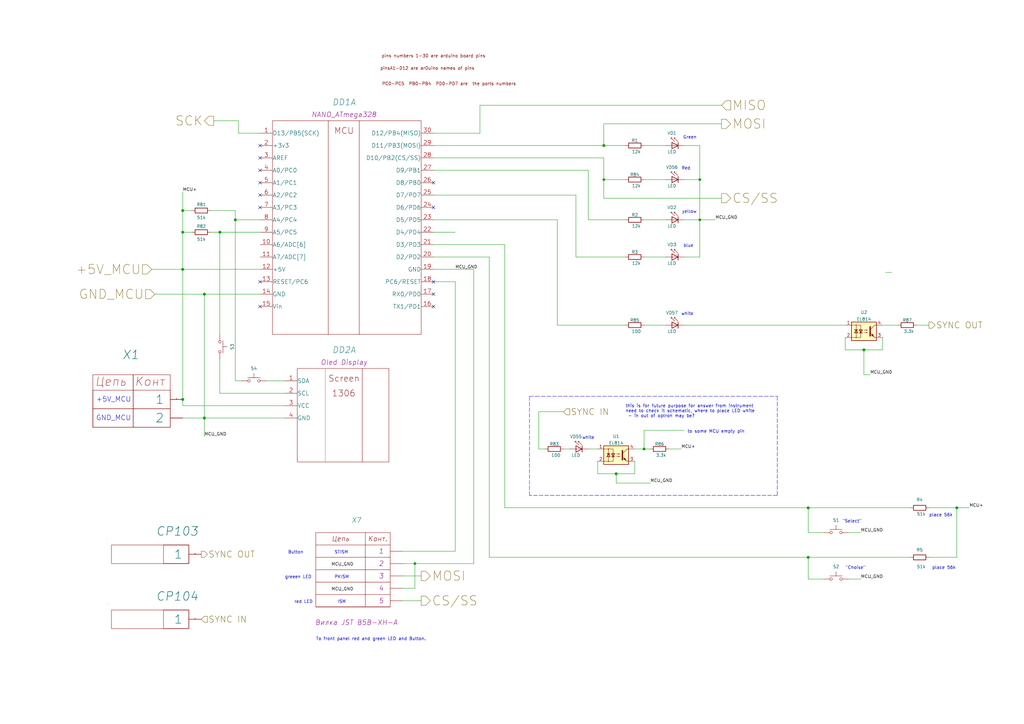
<source format=kicad_sch>
(kicad_sch (version 20210621) (generator eeschema)

  (uuid a7f62430-b7f6-4f82-a311-6552aeaee6ac)

  (paper "A3")

  (title_block
    (title "Seebeck measurement system (longitudinally)")
    (rev "rev")
    (company "Rustec")
    (comment 1 "RUST.ZM-12.402.01.00")
    (comment 2 "mikhailov")
    (comment 3 "sitnicov")
    (comment 4 "4")
    (comment 5 "5")
    (comment 6 "6")
    (comment 7 "7")
    (comment 8 "8")
    (comment 9 "9")
  )

  (lib_symbols
    (symbol "Isolator:EL814" (pin_names (offset 1.016)) (in_bom yes) (on_board yes)
      (property "Reference" "U" (id 0) (at -5.334 4.826 0)
        (effects (font (size 1.27 1.27)) (justify left))
      )
      (property "Value" "EL814" (id 1) (at 0 5.08 0)
        (effects (font (size 1.27 1.27)) (justify left))
      )
      (property "Footprint" "" (id 2) (at -5.08 -5.08 0)
        (effects (font (size 1.27 1.27) italic) (justify left) hide)
      )
      (property "Datasheet" "http://www.everlight.com/file/ProductFile/EL814.pdf" (id 3) (at 0.635 0 0)
        (effects (font (size 1.27 1.27)) (justify left) hide)
      )
      (property "ki_keywords" "NPN AC DC Optocoupler" (id 4) (at 0 0 0)
        (effects (font (size 1.27 1.27)) hide)
      )
      (property "ki_description" "AC/DC NPN Optocoupler, DIP4/SMD4" (id 5) (at 0 0 0)
        (effects (font (size 1.27 1.27)) hide)
      )
      (property "ki_fp_filters" "DIP*W7.62mm* DIP*W10.16mm* SMDIP*W9.53mm*" (id 6) (at 0 0 0)
        (effects (font (size 1.27 1.27)) hide)
      )
      (symbol "EL814_0_1"
        (rectangle (start -5.08 3.81) (end 5.08 -3.81)
          (stroke (width 0.254) (type default) (color 0 0 0 0))
          (fill (type background))
        )
        (circle (center -3.175 -2.54) (radius 0.127) (stroke (width 0))           (stroke (width 0) (type default) (color 0 0 0 0))
          (fill (type none))
        )
        (circle (center -3.175 2.54) (radius 0.127) (stroke (width 0))           (stroke (width 0) (type default) (color 0 0 0 0))
          (fill (type none))
        )
        (polyline
          (pts
            (xy -3.81 0.635)
            (xy -2.54 0.635)
          )
          (stroke (width 0.254) (type default) (color 0 0 0 0))
          (fill (type none))
        )
        (polyline
          (pts
            (xy -3.175 -0.635)
            (xy -3.175 -2.54)
          )
          (stroke (width 0) (type default) (color 0 0 0 0))
          (fill (type none))
        )
        (polyline
          (pts
            (xy -3.175 0.635)
            (xy -3.175 -0.635)
          )
          (stroke (width 0) (type default) (color 0 0 0 0))
          (fill (type none))
        )
        (polyline
          (pts
            (xy -3.175 0.635)
            (xy -3.175 2.54)
          )
          (stroke (width 0) (type default) (color 0 0 0 0))
          (fill (type none))
        )
        (polyline
          (pts
            (xy -1.905 -0.635)
            (xy -0.635 -0.635)
          )
          (stroke (width 0.254) (type default) (color 0 0 0 0))
          (fill (type none))
        )
        (polyline
          (pts
            (xy -1.27 0.635)
            (xy -1.27 -0.635)
          )
          (stroke (width 0) (type default) (color 0 0 0 0))
          (fill (type none))
        )
        (polyline
          (pts
            (xy 2.54 0.635)
            (xy 4.445 2.54)
          )
          (stroke (width 0) (type default) (color 0 0 0 0))
          (fill (type none))
        )
        (polyline
          (pts
            (xy 4.445 -2.54)
            (xy 2.54 -0.635)
          )
          (stroke (width 0) (type default) (color 0 0 0 0))
          (fill (type outline))
        )
        (polyline
          (pts
            (xy 4.445 -2.54)
            (xy 5.08 -2.54)
          )
          (stroke (width 0) (type default) (color 0 0 0 0))
          (fill (type none))
        )
        (polyline
          (pts
            (xy 4.445 2.54)
            (xy 5.08 2.54)
          )
          (stroke (width 0) (type default) (color 0 0 0 0))
          (fill (type none))
        )
        (polyline
          (pts
            (xy -5.08 2.54)
            (xy -1.27 2.54)
            (xy -1.27 0.635)
          )
          (stroke (width 0) (type default) (color 0 0 0 0))
          (fill (type none))
        )
        (polyline
          (pts
            (xy -1.27 -0.635)
            (xy -1.27 -2.54)
            (xy -5.08 -2.54)
          )
          (stroke (width 0) (type default) (color 0 0 0 0))
          (fill (type none))
        )
        (polyline
          (pts
            (xy 2.54 1.905)
            (xy 2.54 -1.905)
            (xy 2.54 -1.905)
          )
          (stroke (width 0.508) (type default) (color 0 0 0 0))
          (fill (type none))
        )
        (polyline
          (pts
            (xy -3.175 0.635)
            (xy -3.81 -0.635)
            (xy -2.54 -0.635)
            (xy -3.175 0.635)
          )
          (stroke (width 0.254) (type default) (color 0 0 0 0))
          (fill (type none))
        )
        (polyline
          (pts
            (xy -1.27 -0.635)
            (xy -1.905 0.635)
            (xy -0.635 0.635)
            (xy -1.27 -0.635)
          )
          (stroke (width 0.254) (type default) (color 0 0 0 0))
          (fill (type none))
        )
        (polyline
          (pts
            (xy 0.127 -0.508)
            (xy 1.397 -0.508)
            (xy 1.016 -0.635)
            (xy 1.016 -0.381)
            (xy 1.397 -0.508)
          )
          (stroke (width 0) (type default) (color 0 0 0 0))
          (fill (type none))
        )
        (polyline
          (pts
            (xy 0.127 0.508)
            (xy 1.397 0.508)
            (xy 1.016 0.381)
            (xy 1.016 0.635)
            (xy 1.397 0.508)
          )
          (stroke (width 0) (type default) (color 0 0 0 0))
          (fill (type none))
        )
        (polyline
          (pts
            (xy 3.048 -1.651)
            (xy 3.556 -1.143)
            (xy 4.064 -2.159)
            (xy 3.048 -1.651)
            (xy 3.048 -1.651)
          )
          (stroke (width 0) (type default) (color 0 0 0 0))
          (fill (type outline))
        )
      )
      (symbol "EL814_1_1"
        (pin passive line (at -7.62 2.54 0) (length 2.54)
          (name "~" (effects (font (size 1.27 1.27))))
          (number "1" (effects (font (size 1.27 1.27))))
        )
        (pin passive line (at -7.62 -2.54 0) (length 2.54)
          (name "~" (effects (font (size 1.27 1.27))))
          (number "2" (effects (font (size 1.27 1.27))))
        )
        (pin passive line (at 7.62 -2.54 180) (length 2.54)
          (name "~" (effects (font (size 1.27 1.27))))
          (number "3" (effects (font (size 1.27 1.27))))
        )
        (pin passive line (at 7.62 2.54 180) (length 2.54)
          (name "~" (effects (font (size 1.27 1.27))))
          (number "4" (effects (font (size 1.27 1.27))))
        )
      )
    )
    (symbol "my_Library:33k" (pin_numbers hide) (pin_names (offset 0)) (in_bom yes) (on_board yes)
      (property "Reference" "R" (id 0) (at 0 2.032 0)
        (effects (font (size 1.27 1.27)))
      )
      (property "Value" "33k" (id 1) (at 0.635 -2.54 0)
        (effects (font (size 1.27 1.27)))
      )
      (property "Footprint" "my_Library_ftprint:R_0805_2012Metric" (id 2) (at 0 -1.778 0)
        (effects (font (size 1.27 1.27)) hide)
      )
      (property "Datasheet" "~" (id 3) (at 0 0 90)
        (effects (font (size 1.27 1.27)) hide)
      )
      (property "ki_keywords" "R res resistor" (id 4) (at 0 0 0)
        (effects (font (size 1.27 1.27)) hide)
      )
      (property "ki_description" "Resistor" (id 5) (at 0 0 0)
        (effects (font (size 1.27 1.27)) hide)
      )
      (property "ki_fp_filters" "R_*" (id 6) (at 0 0 0)
        (effects (font (size 1.27 1.27)) hide)
      )
      (symbol "33k_0_1"
        (rectangle (start 2.54 -1.016) (end -2.54 1.016)
          (stroke (width 0.254) (type default) (color 0 0 0 0))
          (fill (type none))
        )
      )
      (symbol "33k_1_1"
        (pin passive line (at -3.81 0 0) (length 1.27)
          (name "~" (effects (font (size 1.27 1.27))))
          (number "1" (effects (font (size 1.27 1.27))))
        )
        (pin passive line (at 3.81 0 180) (length 1.27)
          (name "~" (effects (font (size 1.27 1.27))))
          (number "2" (effects (font (size 1.27 1.27))))
        )
      )
    )
    (symbol "my_Library:56k" (pin_numbers hide) (pin_names (offset 0)) (in_bom yes) (on_board yes)
      (property "Reference" "R" (id 0) (at 3.81 2.032 0)
        (effects (font (size 1.27 1.27)))
      )
      (property "Value" "56k" (id 1) (at 4.445 -2.54 0)
        (effects (font (size 1.27 1.27)))
      )
      (property "Footprint" "my_Library_ftprint:R_0805_2012Metric" (id 2) (at 0 -5.08 0)
        (effects (font (size 1.27 1.27)) hide)
      )
      (property "Datasheet" "~" (id 3) (at 3.81 0 90)
        (effects (font (size 1.27 1.27)) hide)
      )
      (property "ki_keywords" "R res resistor 0805" (id 4) (at 0 0 0)
        (effects (font (size 1.27 1.27)) hide)
      )
      (property "ki_description" "Resistor" (id 5) (at 0 0 0)
        (effects (font (size 1.27 1.27)) hide)
      )
      (property "ki_fp_filters" "R_*" (id 6) (at 0 0 0)
        (effects (font (size 1.27 1.27)) hide)
      )
      (symbol "56k_0_1"
        (rectangle (start 6.35 -1.016) (end 1.27 1.016)
          (stroke (width 0.254) (type default) (color 0 0 0 0))
          (fill (type none))
        )
      )
      (symbol "56k_1_1"
        (pin passive line (at 0 0 0) (length 1.27)
          (name "~" (effects (font (size 1.27 1.27))))
          (number "1" (effects (font (size 1.27 1.27))))
        )
        (pin passive line (at 7.62 0 180) (length 1.27)
          (name "~" (effects (font (size 1.27 1.27))))
          (number "2" (effects (font (size 1.27 1.27))))
        )
      )
    )
    (symbol "my_Library:B5B-XH-A_Left" (pin_numbers hide) (pin_names (offset 0) hide) (in_bom yes) (on_board yes)
      (property "Reference" "X" (id 0) (at -22.225 10.795 0)
        (effects (font (size 2.0066 2.0066) italic))
      )
      (property "Value" "B5B-XH-A_Left" (id 1) (at 101.6 0 0)
        (effects (font (size 2.0066 2.0066) italic) hide)
      )
      (property "Footprint" "my_Library_ftprint:JST_EH_B5B-EH-A_1x05_P2.50mm_Vertical" (id 2) (at 101.6 -2.54 0)
        (effects (font (size 2.0066 2.0066) italic) hide)
      )
      (property "Datasheet" "C:/Program Files/KiCad/share/LTM_KiCAD_LIB/LTM_DataSheet/Каталог_АО_Электродеталь.pdf" (id 3) (at 101.6 -5.08 0)
        (effects (font (size 2.0066 2.0066) italic) hide)
      )
      (property "ValueName" "Вилка JST B5B-XH-A" (id 4) (at -20.955 -27.94 0)
        (effects (font (size 2.0066 2.0066) italic))
      )
      (property "ValueGroup" "Соединители" (id 5) (at 101.6 -7.62 0)
        (effects (font (size 2.0066 2.0066) italic) hide)
      )
      (property "ValueGOST" "Вилка JST B5B-XH-A" (id 6) (at 101.6 -10.16 0)
        (effects (font (size 2.0066 2.0066) italic) hide)
      )
      (property "ValueTU" "ПРЯМАЯ" (id 7) (at 101.6 -12.7 0)
        (effects (font (size 2.0066 2.0066) italic) hide)
      )
      (property "ValueManufacturer" "ф. АО «Электродеталь»" (id 8) (at 101.6 -15.24 0)
        (effects (font (size 2.0066 2.0066) italic) hide)
      )
      (property "ValueTemp_1" "РЮМК.430420.011ТУ" (id 9) (at 101.6 -17.78 0)
        (effects (font (size 2.0066 2.0066) italic) hide)
      )
      (property "ValueSupplier" "ф. АО «Электродеталь»" (id 10) (at 101.6 -20.32 0)
        (effects (font (size 2.0066 2.0066) italic) hide)
      )
      (property "ValueAnalog" "PLD-10" (id 11) (at 101.6 -22.86 0)
        (effects (font (size 2.0066 2.0066) italic) hide)
      )
      (property "ValueTemperature" "от минус 60 ⁰C до + 85 ⁰C" (id 12) (at 101.6 -25.4 0)
        (effects (font (size 2.0066 2.0066) italic) hide)
      )
      (property "ValueNote" "-" (id 13) (at 101.6 -27.94 0)
        (effects (font (size 2.0066 2.0066) italic) hide)
      )
      (property "ValueTemp_2" "-" (id 14) (at 101.6 -30.48 0)
        (effects (font (size 2.0066 2.0066) italic) hide)
      )
      (property "ValueTemp_3" "-" (id 15) (at 101.6 -33.02 0)
        (effects (font (size 2.0066 2.0066) italic) hide)
      )
      (property "ValueTemp_4" "-" (id 16) (at 101.6 -35.56 0)
        (effects (font (size 2.0066 2.0066) italic) hide)
      )
      (property "ValueTemp_5" "-" (id 17) (at 101.6 -38.1 0)
        (effects (font (size 2.0066 2.0066) italic) hide)
      )
      (property "PIN1" "1" (id 18) (at -10.16 -0.227 0)
        (effects (font (size 2.0066 2.0066) italic))
      )
      (property "PIN2" "2" (id 19) (at -10.16 -4.464 0)
        (effects (font (size 2.0066 2.0066) italic))
      )
      (property "PIN3" "3" (id 20) (at -10.16 -9.971 0)
        (effects (font (size 2.0066 2.0066) italic))
      )
      (property "PIN4" "4" (id 21) (at -10.16 -15.478 0)
        (effects (font (size 2.0066 2.0066) italic))
      )
      (property "PIN5" "5" (id 22) (at -10.16 -20.985 0)
        (effects (font (size 2.0066 2.0066) italic))
      )
      (property "PIN6" "" (id 23) (at -36.1951 -27.4323 0)
        (effects (font (size 2.0066 2.0066) italic) (justify left))
      )
      (property "PIN7" "" (id 24) (at -36.1951 -31.6693 0)
        (effects (font (size 2.0066 2.0066) italic) (justify left))
      )
      (property "PIN8" "" (id 25) (at -36.1951 -35.9063 0)
        (effects (font (size 2.0066 2.0066) italic) (justify left))
      )
      (property "PIN9" "" (id 26) (at -36.1951 -40.1433 0)
        (effects (font (size 2.0066 2.0066) italic) (justify left))
      )
      (property "PIN10" "" (id 27) (at -36.1951 -44.3803 0)
        (effects (font (size 2.0066 2.0066) italic) (justify left))
      )
      (property "ki_keywords" "СНП346, PLD-10" (id 28) (at 0 0 0)
        (effects (font (size 1.27 1.27)) hide)
      )
      (property "ki_description" "Вилка на плату двухрядная прямая, шаг = 2,54 мм" (id 29) (at 0 0 0)
        (effects (font (size 1.27 1.27)) hide)
      )
      (property "ki_fp_filters" "[LTM][FP][Connectors][SNP346]:[LTM][X]*" (id 30) (at 0 0 0)
        (effects (font (size 1.27 1.27)) hide)
      )
      (symbol "B5B-XH-A_Left_0_0"
        (rectangle (start -5.08 7.62) (end -35.56 -22.86)
          (stroke (width 0) (type default) (color 0 0 0 0))
          (fill (type none))
        )
        (polyline
          (pts
            (xy -35.56 -22.86)
            (xy -5.08 -22.86)
          )
          (stroke (width 0) (type default) (color 0 0 0 0))
          (fill (type none))
        )
        (polyline
          (pts
            (xy -35.56 -17.78)
            (xy -5.08 -17.78)
          )
          (stroke (width 0) (type default) (color 0 0 0 0))
          (fill (type none))
        )
        (polyline
          (pts
            (xy -35.56 -12.7)
            (xy -5.08 -12.7)
          )
          (stroke (width 0) (type default) (color 0 0 0 0))
          (fill (type none))
        )
        (polyline
          (pts
            (xy -35.56 -7.62)
            (xy -5.08 -7.62)
          )
          (stroke (width 0) (type default) (color 0 0 0 0))
          (fill (type none))
        )
        (polyline
          (pts
            (xy -35.56 -2.54)
            (xy -5.08 -2.54)
          )
          (stroke (width 0) (type default) (color 0 0 0 0))
          (fill (type none))
        )
        (polyline
          (pts
            (xy -35.56 2.54)
            (xy -5.08 2.54)
          )
          (stroke (width 0) (type default) (color 0 0 0 0))
          (fill (type none))
        )
        (polyline
          (pts
            (xy -15.24 7.62)
            (xy -15.24 -22.86)
          )
          (stroke (width 0) (type default) (color 0 0 0 0))
          (fill (type none))
        )
      )
      (symbol "B5B-XH-A_Left_1_1"
        (text "Конт." (at -10.16 5.08 0)
          (effects (font (size 2.0066 2.0066) italic))
        )
        (text "Цепь" (at -25.4 5.08 0)
          (effects (font (size 2.0066 2.0066) italic))
        )
        (pin passive line (at 0 0 180) (length 5.08)
          (name "1" (effects (font (size 2.0066 2.0066))))
          (number "1" (effects (font (size 2.0066 2.0066))))
        )
        (pin passive line (at 0 -5.08 180) (length 5.08)
          (name "2" (effects (font (size 2.0066 2.0066))))
          (number "2" (effects (font (size 2.0066 2.0066))))
        )
        (pin passive line (at 0 -10.16 180) (length 5.08)
          (name "3" (effects (font (size 2.0066 2.0066))))
          (number "3" (effects (font (size 2.0066 2.0066))))
        )
        (pin passive line (at 0 -15.24 180) (length 5.08)
          (name "4" (effects (font (size 2.0066 2.0066))))
          (number "4" (effects (font (size 2.0066 2.0066))))
        )
        (pin passive line (at 0 -20.32 180) (length 5.08)
          (name "5" (effects (font (size 2.0066 2.0066))))
          (number "5" (effects (font (size 2.0066 2.0066))))
        )
      )
    )
    (symbol "my_Library:CP_L" (pin_names (offset 2.54)) (in_bom yes) (on_board yes)
      (property "Reference" "CP" (id 0) (at -21.336 7.874 0)
        (effects (font (size 3.556 3.556) italic))
      )
      (property "Value" "CP_L" (id 1) (at -101.6 0 0)
        (effects (font (size 2.0066 2.0066) italic) hide)
      )
      (property "Footprint" "my_Library_ftprint:PinHeader_1x01_P2.54mm_Vertical" (id 2) (at -101.6 -2.54 0)
        (effects (font (size 2.0066 2.0066) italic) hide)
      )
      (property "Datasheet" "" (id 3) (at -101.6 -5.08 0)
        (effects (font (size 2.0066 2.0066) italic) hide)
      )
      (property "ValueName" "ВИЛКА НА ПЛАТУ 2.5 ММ ШАГ" (id 4) (at -21.336 -23.622 0)
        (effects (font (size 2.0066 2.0066) italic) hide)
      )
      (property "ValueGroup" "Соединители" (id 5) (at -101.6 -7.62 0)
        (effects (font (size 2.0066 2.0066) italic) hide)
      )
      (property "ValueGOST" "розетка СНП346-5PП21-1" (id 6) (at -101.6 -10.16 0)
        (effects (font (size 2.0066 2.0066) italic) hide)
      )
      (property "ValueTU" "РЮМК.430420.011ТУ" (id 7) (at -101.6 -12.7 0)
        (effects (font (size 2.0066 2.0066) italic) hide)
      )
      (property "ValueManufacturer" "ф. АО «Электродеталь»" (id 8) (at -101.6 -15.24 0)
        (effects (font (size 2.0066 2.0066) italic) hide)
      )
      (property "ValueTemp_1" "РЮМК.430420.011ТУ" (id 9) (at -101.6 -17.78 0)
        (effects (font (size 2.0066 2.0066) italic) hide)
      )
      (property "ValueSupplier" "ф. АО «Электродеталь»" (id 10) (at -101.6 -20.32 0)
        (effects (font (size 2.0066 2.0066) italic) hide)
      )
      (property "ValueAnalog" "PLD-10 DS-1021" (id 11) (at -101.6 -22.86 0)
        (effects (font (size 2.0066 2.0066) italic) hide)
      )
      (property "ValueTemperature" "от минус 60 ⁰C до + 85 ⁰C" (id 12) (at -101.6 -25.4 0)
        (effects (font (size 2.0066 2.0066) italic) hide)
      )
      (property "ValueNote" "-" (id 13) (at -101.6 -27.94 0)
        (effects (font (size 2.0066 2.0066) italic) hide)
      )
      (property "ValueTemp_2" "-" (id 14) (at -101.6 -30.48 0)
        (effects (font (size 2.0066 2.0066) italic) hide)
      )
      (property "ValueTemp_3" "-" (id 15) (at -101.6 -33.02 0)
        (effects (font (size 2.0066 2.0066) italic) hide)
      )
      (property "ValueTemp_4" "-" (id 16) (at -101.6 -35.56 0)
        (effects (font (size 2.0066 2.0066) italic) hide)
      )
      (property "ValueTemp_5" "-" (id 17) (at -101.6 -38.1 0)
        (effects (font (size 2.0066 2.0066) italic) hide)
      )
      (property "PIN1" "  " (id 18) (at -12.6362 37.9594 0)
        (effects (font (size 2.0066 2.0066) italic))
      )
      (property "PIN2" "   " (id 19) (at -12.6362 33.7224 0)
        (effects (font (size 2.0066 2.0066) italic))
      )
      (property "PIN3" " " (id 20) (at -12.6362 29.4854 0)
        (effects (font (size 2.0066 2.0066) italic))
      )
      (property "PIN4" "  " (id 21) (at -12.6362 25.2484 0)
        (effects (font (size 2.0066 2.0066) italic))
      )
      (property "PIN5" " " (id 22) (at -12.6362 21.0114 0)
        (effects (font (size 2.0066 2.0066) italic))
      )
      (property "ki_fp_filters" "[LTM][FP][Connectors][SNP346]:[LTM][X]*" (id 23) (at 0 0 0)
        (effects (font (size 1.27 1.27)) hide)
      )
      (symbol "CP_L_0_0"
        (pin passive line (at 0 0 180) (length 5.08)
          (name "1" (effects (font (size 3.556 3.556))))
          (number "1" (effects (font (size 0.0254 0.0254))))
        )
      )
      (symbol "CP_L_1_1"
        (rectangle (start -38.608 6.35) (end -38.608 6.35)
          (stroke (width 0) (type default) (color 0 0 0 0))
          (fill (type none))
        )
        (rectangle (start -36.83 3.81) (end -5.08 -3.81)
          (stroke (width 0) (type default) (color 0 0 0 0))
          (fill (type none))
        )
        (rectangle (start -15.494 3.81) (end -5.08 -3.81)
          (stroke (width 0) (type default) (color 0 0 0 0))
          (fill (type none))
        )
        (text " " (at 9.906 -12.7 0)
          (effects (font (size 2.0066 2.0066) italic))
        )
        (text " " (at 9.906 -7.62 0)
          (effects (font (size 2.0066 2.0066) italic))
        )
        (text " " (at 9.906 -2.54 0)
          (effects (font (size 2.0066 2.0066) italic))
        )
        (text " " (at 9.906 2.54 0)
          (effects (font (size 2.0066 2.0066) italic))
        )
        (text " " (at 9.906 17.78 0)
          (effects (font (size 2.0066 2.0066) italic))
        )
        (text " " (at 12.446 -34.29 0)
          (effects (font (size 2.0066 2.0066) italic))
        )
        (text " " (at 12.446 -29.21 0)
          (effects (font (size 2.0066 2.0066) italic))
        )
        (text " " (at 12.446 -24.13 0)
          (effects (font (size 2.0066 2.0066) italic))
        )
      )
    )
    (symbol "my_Library:Display_1306" (pin_names (offset 0.0254)) (in_bom yes) (on_board yes)
      (property "Reference" "DD2" (id 0) (at 24.13 12.7 0)
        (effects (font (size 2.5007 2.5007) italic))
      )
      (property "Value" "Display_1306" (id 1) (at 0 77.47 0)
        (effects (font (size 2.0066 2.0066) italic) hide)
      )
      (property "Footprint" "my_Library_ftprint:PinHeader_1x04_P2.54mm_Vertical" (id 2) (at 0 73.66 0)
        (effects (font (size 2.0066 2.0066) italic) hide)
      )
      (property "Datasheet" "C:/Program Files/KiCad/share/LTM_DataSheet/Микросхема_микроконтроллер_ 1986ВЕ1Т_АО _ПКК_Миландр.pdf" (id 3) (at 0 69.85 0)
        (effects (font (size 2.0066 2.0066) italic) hide)
      )
      (property "ValueName" "Oled Display" (id 4) (at 24.13 7.62 0)
        (effects (font (size 2.007 2.007) italic))
      )
      (property "ValueGroup" "Микросхемы" (id 5) (at 0 66.04 0)
        (effects (font (size 2.0066 2.0066) italic) hide)
      )
      (property "ValueGOST" "1986ВЕ1Т " (id 6) (at 0 62.23 0)
        (effects (font (size 2.0066 2.0066) italic) hide)
      )
      (property "ValueTU" "АЕЯР.431280.860 ТУ" (id 7) (at 0 58.42 0)
        (effects (font (size 2.0066 2.0066) italic) hide)
      )
      (property "ValueManufacturer" "АО «ПКК МИЛАНДР»" (id 8) (at 0 54.61 0)
        (effects (font (size 2.0066 2.0066) italic) hide)
      )
      (property "ValueTemp_1" "АЕЯР.431280.860 ТУ" (id 9) (at 0 50.8 0)
        (effects (font (size 2.0066 2.0066) italic) hide)
      )
      (property "ValueSupplier" "АО «ПКК МИЛАНДР»" (id 10) (at 0 46.99 0)
        (effects (font (size 2.0066 2.0066) italic) hide)
      )
      (property "ValueAnalog" "К1986ВЕ1Т, К1986ВЕ1QI" (id 11) (at 1.27 43.18 0)
        (effects (font (size 2.0066 2.0066) italic) hide)
      )
      (property "ValueTemperature" "от минус 60 ⁰C до + 125 ⁰C" (id 12) (at 0 39.37 0)
        (effects (font (size 2.0066 2.0066) italic) hide)
      )
      (property "ValueNote" "-" (id 13) (at 0 35.56 0)
        (effects (font (size 2.0066 2.0066) italic) hide)
      )
      (property "ValueTemp_2" "-" (id 14) (at 0 33.02 0)
        (effects (font (size 2.0066 2.0066) italic) hide)
      )
      (property "ValueTemp_3" "-" (id 15) (at 0 30.48 0)
        (effects (font (size 2.0066 2.0066) italic) hide)
      )
      (property "ValueTemp_4" "-" (id 16) (at 0 27.94 0)
        (effects (font (size 2.0066 2.0066) italic) hide)
      )
      (property "ValueTemp_5" "-" (id 17) (at 0 25.4 0)
        (effects (font (size 2.0066 2.0066) italic) hide)
      )
      (property "ki_locked" "" (id 18) (at 0 0 0)
        (effects (font (size 1.27 1.27)))
      )
      (property "ki_keywords" "display, oled" (id 19) (at 0 0 0)
        (effects (font (size 1.27 1.27)) hide)
      )
      (property "ki_description" "display" (id 20) (at 0 0 0)
        (effects (font (size 1.27 1.27)) hide)
      )
      (property "ki_fp_filters" "[LTM][D][4229.132-3]*" (id 21) (at 0 0 0)
        (effects (font (size 1.27 1.27)) hide)
      )
      (symbol "Display_1306_0_0"
        (text "1306" (at 24.13 -5.08 0)
          (effects (font (size 2.527 2.527)))
        )
        (text "Screen" (at 24.257 1.016 0)
          (effects (font (size 2.527 2.527)))
        )
      )
      (symbol "Display_1306_1_1"
        (polyline
          (pts
            (xy 16.51 4.826)
            (xy 16.51 -33.274)
          )
          (stroke (width 0.0006) (type default) (color 0 0 0 0))
          (fill (type none))
        )
        (polyline
          (pts
            (xy 31.75 5.08)
            (xy 31.75 -33.274)
          )
          (stroke (width 0) (type default) (color 0 0 0 0))
          (fill (type none))
        )
        (rectangle (start 5.08 5.08) (end 42.672 -33.274)
          (stroke (width 0) (type default) (color 0 0 0 0))
          (fill (type none))
        )
        (pin bidirectional line (at 0 0 0) (length 5.08)
          (name "SDA" (effects (font (size 1.702 1.702))))
          (number "1" (effects (font (size 1.702 1.702))))
        )
        (pin bidirectional line (at 0 -5.08 0) (length 5.08)
          (name "SCL" (effects (font (size 1.702 1.702))))
          (number "2" (effects (font (size 1.702 1.702))))
        )
        (pin bidirectional line (at 0 -10.16 0) (length 5.08)
          (name "VCC" (effects (font (size 1.702 1.702))))
          (number "3" (effects (font (size 1.702 1.702))))
        )
        (pin bidirectional line (at 0 -15.24 0) (length 5.08)
          (name "GND" (effects (font (size 1.702 1.702))))
          (number "4" (effects (font (size 1.702 1.702))))
        )
      )
      (symbol "Display_1306_2_1"
        (polyline
          (pts
            (xy 30.48 5.08)
            (xy 30.48 -81.28)
          )
          (stroke (width 0) (type default) (color 0 0 0 0))
          (fill (type none))
        )
        (polyline
          (pts
            (xy 17.78 5.08)
            (xy 17.78 -74.93)
            (xy 17.78 -81.28)
          )
          (stroke (width 0) (type default) (color 0 0 0 0))
          (fill (type none))
        )
        (rectangle (start 5.08 -81.28) (end 43.18 5.08)
          (stroke (width 0) (type default) (color 0 0 0 0))
          (fill (type none))
        )
        (pin bidirectional line (at 48.26 -35.56 180) (length 5.08)
          (name "PD7" (effects (font (size 1.7018 1.7018))))
          (number "41" (effects (font (size 1.7018 1.7018))))
        )
        (pin bidirectional line (at 48.26 -40.64 180) (length 5.08)
          (name "PD8" (effects (font (size 1.7018 1.7018))))
          (number "42" (effects (font (size 1.7018 1.7018))))
        )
        (pin bidirectional line (at 48.26 -45.72 180) (length 5.08)
          (name "PD9" (effects (font (size 1.7018 1.7018))))
          (number "43" (effects (font (size 1.7018 1.7018))))
        )
        (pin bidirectional line (at 48.26 -50.8 180) (length 5.08)
          (name "PD10" (effects (font (size 1.7018 1.7018))))
          (number "44" (effects (font (size 1.7018 1.7018))))
        )
        (pin bidirectional line (at 48.26 -55.88 180) (length 5.08)
          (name "PD11" (effects (font (size 1.7018 1.7018))))
          (number "45" (effects (font (size 1.7018 1.7018))))
        )
        (pin bidirectional line (at 48.26 -60.96 180) (length 5.08)
          (name "PD12" (effects (font (size 1.7018 1.7018))))
          (number "46" (effects (font (size 1.7018 1.7018))))
        )
        (pin bidirectional line (at 48.26 -66.04 180) (length 5.08)
          (name "PD13" (effects (font (size 1.7018 1.7018))))
          (number "47" (effects (font (size 1.7018 1.7018))))
        )
        (pin bidirectional line (at 48.26 -71.12 180) (length 5.08)
          (name "PD14" (effects (font (size 1.7018 1.7018))))
          (number "48" (effects (font (size 1.7018 1.7018))))
        )
        (pin bidirectional line (at 48.26 -76.2 180) (length 5.08)
          (name "PD15" (effects (font (size 1.7018 1.7018))))
          (number "49" (effects (font (size 1.7018 1.7018))))
        )
        (pin bidirectional line (at 0 -25.4 0) (length 5.08)
          (name "PC5" (effects (font (size 1.7018 1.7018))))
          (number "56" (effects (font (size 1.7018 1.7018))))
        )
        (pin bidirectional line (at 0 -30.48 0) (length 5.08)
          (name "PC6" (effects (font (size 1.7018 1.7018))))
          (number "57" (effects (font (size 1.7018 1.7018))))
        )
        (pin bidirectional line (at 0 -35.56 0) (length 5.08)
          (name "PC7" (effects (font (size 1.7018 1.7018))))
          (number "58" (effects (font (size 1.7018 1.7018))))
        )
        (pin bidirectional line (at 0 -40.64 0) (length 5.08)
          (name "PC8" (effects (font (size 1.7018 1.7018))))
          (number "59" (effects (font (size 1.7018 1.7018))))
        )
        (pin bidirectional line (at 0 -45.72 0) (length 5.08)
          (name "PC9" (effects (font (size 1.7018 1.7018))))
          (number "60" (effects (font (size 1.7018 1.7018))))
        )
        (pin bidirectional line (at 0 -50.8 0) (length 5.08)
          (name "PC10" (effects (font (size 1.7018 1.7018))))
          (number "61" (effects (font (size 1.7018 1.7018))))
        )
        (pin bidirectional line (at 0 -55.88 0) (length 5.08)
          (name "PC11" (effects (font (size 1.7018 1.7018))))
          (number "62" (effects (font (size 1.7018 1.7018))))
        )
        (pin bidirectional line (at 0 -60.96 0) (length 5.08)
          (name "PC12" (effects (font (size 1.7018 1.7018))))
          (number "63" (effects (font (size 1.7018 1.7018))))
        )
        (pin bidirectional line (at 0 -66.04 0) (length 5.08)
          (name "PC13" (effects (font (size 1.7018 1.7018))))
          (number "67" (effects (font (size 1.7018 1.7018))))
        )
        (pin bidirectional line (at 0 -71.12 0) (length 5.08)
          (name "PC14" (effects (font (size 1.7018 1.7018))))
          (number "68" (effects (font (size 1.7018 1.7018))))
        )
        (pin bidirectional line (at 0 -76.2 0) (length 5.08)
          (name "PC15" (effects (font (size 1.7018 1.7018))))
          (number "69" (effects (font (size 1.7018 1.7018))))
        )
        (pin bidirectional line (at 48.26 0 180) (length 5.08)
          (name "PD0" (effects (font (size 1.7018 1.7018))))
          (number "72" (effects (font (size 1.7018 1.7018))))
        )
        (pin bidirectional line (at 48.26 -5.08 180) (length 5.08)
          (name "PD1" (effects (font (size 1.7018 1.7018))))
          (number "73" (effects (font (size 1.7018 1.7018))))
        )
        (pin bidirectional line (at 48.26 -10.16 180) (length 5.08)
          (name "PD2" (effects (font (size 1.7018 1.7018))))
          (number "74" (effects (font (size 1.7018 1.7018))))
        )
        (pin bidirectional line (at 48.26 -15.24 180) (length 5.08)
          (name "PD3" (effects (font (size 1.7018 1.7018))))
          (number "75" (effects (font (size 1.7018 1.7018))))
        )
        (pin bidirectional line (at 48.26 -20.32 180) (length 5.08)
          (name "PD4" (effects (font (size 1.7018 1.7018))))
          (number "76" (effects (font (size 1.7018 1.7018))))
        )
        (pin bidirectional line (at 48.26 -25.4 180) (length 5.08)
          (name "PD5" (effects (font (size 1.7018 1.7018))))
          (number "77" (effects (font (size 1.7018 1.7018))))
        )
        (pin bidirectional line (at 48.26 -30.48 180) (length 5.08)
          (name "PD6" (effects (font (size 1.7018 1.7018))))
          (number "78" (effects (font (size 1.7018 1.7018))))
        )
        (pin bidirectional line (at 0 0 0) (length 5.08)
          (name "PC0" (effects (font (size 1.7018 1.7018))))
          (number "89" (effects (font (size 1.7018 1.7018))))
        )
        (pin bidirectional line (at 0 -5.08 0) (length 5.08)
          (name "PC1" (effects (font (size 1.7018 1.7018))))
          (number "90" (effects (font (size 1.7018 1.7018))))
        )
        (pin bidirectional line (at 0 -10.16 0) (length 5.08)
          (name "PC2" (effects (font (size 1.7018 1.7018))))
          (number "91" (effects (font (size 1.7018 1.7018))))
        )
        (pin bidirectional line (at 0 -15.24 0) (length 5.08)
          (name "PC3" (effects (font (size 1.7018 1.7018))))
          (number "92" (effects (font (size 1.7018 1.7018))))
        )
        (pin bidirectional line (at 0 -20.32 0) (length 5.08)
          (name "PC4" (effects (font (size 1.7018 1.7018))))
          (number "93" (effects (font (size 1.7018 1.7018))))
        )
      )
      (symbol "Display_1306_3_1"
        (polyline
          (pts
            (xy 30.48 5.08)
            (xy 30.48 -81.28)
          )
          (stroke (width 0) (type default) (color 0 0 0 0))
          (fill (type none))
        )
        (polyline
          (pts
            (xy 17.78 5.08)
            (xy 17.78 -55.88)
            (xy 17.78 -81.28)
          )
          (stroke (width 0) (type default) (color 0 0 0 0))
          (fill (type none))
        )
        (rectangle (start 5.08 -81.28) (end 43.18 5.08)
          (stroke (width 0) (type default) (color 0 0 0 0))
          (fill (type none))
        )
        (pin bidirectional line (at 0 -15.24 0) (length 5.08)
          (name "PE3" (effects (font (size 1.7018 1.7018))))
          (number "16" (effects (font (size 1.7018 1.7018))))
        )
        (pin bidirectional line (at 0 -20.32 0) (length 5.08)
          (name "PE4" (effects (font (size 1.7018 1.7018))))
          (number "17" (effects (font (size 1.7018 1.7018))))
        )
        (pin bidirectional line (at 0 -25.4 0) (length 5.08)
          (name "PE5" (effects (font (size 1.7018 1.7018))))
          (number "18" (effects (font (size 1.7018 1.7018))))
        )
        (pin bidirectional line (at 0 -40.64 0) (length 5.08)
          (name "PE8" (effects (font (size 1.7018 1.7018))))
          (number "19" (effects (font (size 1.7018 1.7018))))
        )
        (pin bidirectional line (at 0 -45.72 0) (length 5.08)
          (name "PE9" (effects (font (size 1.7018 1.7018))))
          (number "20" (effects (font (size 1.7018 1.7018))))
        )
        (pin bidirectional line (at 0 -50.8 0) (length 5.08)
          (name "PE10" (effects (font (size 1.7018 1.7018))))
          (number "21" (effects (font (size 1.7018 1.7018))))
        )
        (pin bidirectional line (at 0 -55.88 0) (length 5.08)
          (name "PE11" (effects (font (size 1.7018 1.7018))))
          (number "22" (effects (font (size 1.7018 1.7018))))
        )
        (pin bidirectional line (at 0 -60.96 0) (length 5.08)
          (name "PE12" (effects (font (size 1.7018 1.7018))))
          (number "23" (effects (font (size 1.7018 1.7018))))
        )
        (pin bidirectional line (at 0 -66.04 0) (length 5.08)
          (name "PE13" (effects (font (size 1.7018 1.7018))))
          (number "24" (effects (font (size 1.7018 1.7018))))
        )
        (pin bidirectional line (at 0 -71.12 0) (length 5.08)
          (name "PE14" (effects (font (size 1.7018 1.7018))))
          (number "25" (effects (font (size 1.7018 1.7018))))
        )
        (pin bidirectional line (at 0 -76.2 0) (length 5.08)
          (name "PE15" (effects (font (size 1.7018 1.7018))))
          (number "26" (effects (font (size 1.7018 1.7018))))
        )
        (pin bidirectional line (at 48.26 0 180) (length 5.08)
          (name "PF0" (effects (font (size 1.7018 1.7018))))
          (number "27" (effects (font (size 1.7018 1.7018))))
        )
        (pin bidirectional line (at 48.26 -5.08 180) (length 5.08)
          (name "PF1" (effects (font (size 1.7018 1.7018))))
          (number "28" (effects (font (size 1.7018 1.7018))))
        )
        (pin bidirectional line (at 48.26 -10.16 180) (length 5.08)
          (name "PF2" (effects (font (size 1.7018 1.7018))))
          (number "29" (effects (font (size 1.7018 1.7018))))
        )
        (pin bidirectional line (at 0 -30.48 0) (length 5.08)
          (name "PE6" (effects (font (size 1.7018 1.7018))))
          (number "34" (effects (font (size 1.7018 1.7018))))
        )
        (pin bidirectional line (at 0 -35.56 0) (length 5.08)
          (name "PE7" (effects (font (size 1.7018 1.7018))))
          (number "35" (effects (font (size 1.7018 1.7018))))
        )
        (pin bidirectional line (at 0 0 0) (length 5.08)
          (name "PE0" (effects (font (size 1.7018 1.7018))))
          (number "50" (effects (font (size 1.7018 1.7018))))
        )
        (pin bidirectional line (at 0 -5.08 0) (length 5.08)
          (name "PE1" (effects (font (size 1.7018 1.7018))))
          (number "51" (effects (font (size 1.7018 1.7018))))
        )
        (pin bidirectional line (at 0 -10.16 0) (length 5.08)
          (name "PE2" (effects (font (size 1.7018 1.7018))))
          (number "52" (effects (font (size 1.7018 1.7018))))
        )
        (pin bidirectional line (at 48.26 -66.04 180) (length 5.08)
          (name "PF13" (effects (font (size 1.7018 1.7018))))
          (number "64" (effects (font (size 1.7018 1.7018))))
        )
        (pin bidirectional line (at 48.26 -71.12 180) (length 5.08)
          (name "PF14" (effects (font (size 1.7018 1.7018))))
          (number "65" (effects (font (size 1.7018 1.7018))))
        )
        (pin bidirectional line (at 48.26 -76.2 180) (length 5.08)
          (name "PF15" (effects (font (size 1.7018 1.7018))))
          (number "66" (effects (font (size 1.7018 1.7018))))
        )
        (pin bidirectional line (at 48.26 -15.24 180) (length 5.08)
          (name "PF3" (effects (font (size 1.7018 1.7018))))
          (number "79" (effects (font (size 1.7018 1.7018))))
        )
        (pin bidirectional line (at 48.26 -20.32 180) (length 5.08)
          (name "PF4" (effects (font (size 1.7018 1.7018))))
          (number "80" (effects (font (size 1.7018 1.7018))))
        )
        (pin bidirectional line (at 48.26 -25.4 180) (length 5.08)
          (name "PF5" (effects (font (size 1.7018 1.7018))))
          (number "81" (effects (font (size 1.7018 1.7018))))
        )
        (pin bidirectional line (at 48.26 -30.48 180) (length 5.08)
          (name "PF6" (effects (font (size 1.7018 1.7018))))
          (number "82" (effects (font (size 1.7018 1.7018))))
        )
        (pin bidirectional line (at 48.26 -35.56 180) (length 5.08)
          (name "PF7" (effects (font (size 1.7018 1.7018))))
          (number "83" (effects (font (size 1.7018 1.7018))))
        )
        (pin bidirectional line (at 48.26 -40.64 180) (length 5.08)
          (name "PF8" (effects (font (size 1.7018 1.7018))))
          (number "84" (effects (font (size 1.7018 1.7018))))
        )
        (pin bidirectional line (at 48.26 -45.72 180) (length 5.08)
          (name "PF9" (effects (font (size 1.7018 1.7018))))
          (number "85" (effects (font (size 1.7018 1.7018))))
        )
        (pin bidirectional line (at 48.26 -50.8 180) (length 5.08)
          (name "PF10" (effects (font (size 1.7018 1.7018))))
          (number "86" (effects (font (size 1.7018 1.7018))))
        )
        (pin bidirectional line (at 48.26 -55.88 180) (length 5.08)
          (name "PF11" (effects (font (size 1.7018 1.7018))))
          (number "87" (effects (font (size 1.7018 1.7018))))
        )
        (pin bidirectional line (at 48.26 -60.96 180) (length 5.08)
          (name "PF12" (effects (font (size 1.7018 1.7018))))
          (number "88" (effects (font (size 1.7018 1.7018))))
        )
      )
      (symbol "Display_1306_4_1"
        (polyline
          (pts
            (xy 5.08 -72.39)
            (xy 17.78 -72.39)
          )
          (stroke (width 0) (type default) (color 0 0 0 0))
          (fill (type none))
        )
        (polyline
          (pts
            (xy 5.08 -40.64)
            (xy 17.78 -40.64)
          )
          (stroke (width 0) (type default) (color 0 0 0 0))
          (fill (type none))
        )
        (polyline
          (pts
            (xy 5.08 -25.4)
            (xy 17.78 -25.4)
          )
          (stroke (width 0) (type default) (color 0 0 0 0))
          (fill (type none))
        )
        (polyline
          (pts
            (xy 30.48 -45.72)
            (xy 43.18 -45.72)
          )
          (stroke (width 0) (type default) (color 0 0 0 0))
          (fill (type none))
        )
        (polyline
          (pts
            (xy 30.48 5.08)
            (xy 30.48 -113.03)
          )
          (stroke (width 0) (type default) (color 0 0 0 0))
          (fill (type none))
        )
        (polyline
          (pts
            (xy 17.78 5.08)
            (xy 17.78 -67.31)
            (xy 17.78 -113.03)
          )
          (stroke (width 0) (type default) (color 0 0 0 0))
          (fill (type none))
        )
        (rectangle (start 5.08 -113.03) (end 43.18 5.08)
          (stroke (width 0) (type default) (color 0 0 0 0))
          (fill (type none))
        )
        (pin power_in line (at 48.26 -71.12 180) (length 5.08)
          (name "VSS1A" (effects (font (size 1.7018 1.7018))))
          (number "1" (effects (font (size 1.7018 1.7018))))
        )
        (pin bidirectional line (at 0 -66.04 0) (length 5.08)
          (name "EXRES1" (effects (font (size 1.7018 1.7018))))
          (number "10" (effects (font (size 1.7018 1.7018))))
        )
        (pin power_in line (at 48.26 -86.36 180) (length 5.08)
          (name "VSS3A" (effects (font (size 1.7018 1.7018))))
          (number "11" (effects (font (size 1.7018 1.7018))))
        )
        (pin power_in line (at 48.26 -60.96 180) (length 5.08)
          (name "GND" (effects (font (size 1.7018 1.7018))))
          (number "116" (effects (font (size 1.7018 1.7018))))
        )
        (pin power_in line (at 48.26 -10.16 180) (length 5.08)
          (name "Ucc" (effects (font (size 1.7018 1.7018))))
          (number "117" (effects (font (size 1.7018 1.7018))))
        )
        (pin power_in line (at 48.26 -30.48 180) (length 5.08)
          (name "VDD3A" (effects (font (size 1.7018 1.7018))))
          (number "12" (effects (font (size 1.7018 1.7018))))
        )
        (pin bidirectional line (at 0 -81.28 0) (length 5.08)
          (name "TMS" (effects (font (size 1.7018 1.7018))))
          (number "128" (effects (font (size 1.7018 1.7018))))
        )
        (pin bidirectional line (at 0 -86.36 0) (length 5.08)
          (name "TDI" (effects (font (size 1.7018 1.7018))))
          (number "129" (effects (font (size 1.7018 1.7018))))
        )
        (pin power_out line (at 48.26 -91.44 180) (length 5.08)
          (name "VSS4A" (effects (font (size 1.7018 1.7018))))
          (number "13" (effects (font (size 1.7018 1.7018))))
        )
        (pin bidirectional line (at 0 -91.44 0) (length 5.08)
          (name "TDO" (effects (font (size 1.7018 1.7018))))
          (number "130" (effects (font (size 1.7018 1.7018))))
        )
        (pin bidirectional line (at 0 -96.52 0) (length 5.08)
          (name "TCK" (effects (font (size 1.7018 1.7018))))
          (number "131" (effects (font (size 1.7018 1.7018))))
        )
        (pin bidirectional line (at 0 -101.6 0) (length 5.08)
          (name "TRST" (effects (font (size 1.7018 1.7018))))
          (number "132" (effects (font (size 1.7018 1.7018))))
        )
        (pin power_in line (at 48.26 -35.56 180) (length 5.08)
          (name "VDD4A" (effects (font (size 1.7018 1.7018))))
          (number "14" (effects (font (size 1.7018 1.7018))))
        )
        (pin bidirectional line (at 0 -20.32 0) (length 5.08)
          (name "ITCMLAEN" (effects (font (size 1.7018 1.7018))))
          (number "15" (effects (font (size 1.7018 1.7018))))
        )
        (pin bidirectional line (at 0 -50.8 0) (length 5.08)
          (name "TXN" (effects (font (size 1.7018 1.7018))))
          (number "2" (effects (font (size 1.7018 1.7018))))
        )
        (pin bidirectional line (at 0 -45.72 0) (length 5.08)
          (name "TXP" (effects (font (size 1.7018 1.7018))))
          (number "3" (effects (font (size 1.7018 1.7018))))
        )
        (pin power_in line (at 48.26 -50.8 180) (length 5.08)
          (name "GND" (effects (font (size 1.7018 1.7018))))
          (number "30" (effects (font (size 1.7018 1.7018))))
        )
        (pin power_in line (at 48.26 0 180) (length 5.08)
          (name "Ucc" (effects (font (size 1.7018 1.7018))))
          (number "31" (effects (font (size 1.7018 1.7018))))
        )
        (pin power_in line (at 48.26 -40.64 180) (length 5.08)
          (name "BUcc" (effects (font (size 1.7018 1.7018))))
          (number "32" (effects (font (size 1.7018 1.7018))))
        )
        (pin bidirectional line (at 0 -106.68 0) (length 5.08)
          (name "JTAGEN" (effects (font (size 1.7018 1.7018))))
          (number "33" (effects (font (size 1.7018 1.7018))))
        )
        (pin bidirectional line (at 0 -15.24 0) (length 5.08)
          (name "WAKEUP" (effects (font (size 1.7018 1.7018))))
          (number "36" (effects (font (size 1.7018 1.7018))))
        )
        (pin bidirectional line (at 0 -30.48 0) (length 5.08)
          (name "DP" (effects (font (size 1.7018 1.7018))))
          (number "37" (effects (font (size 1.7018 1.7018))))
        )
        (pin bidirectional line (at 0 -35.56 0) (length 5.08)
          (name "DN" (effects (font (size 1.7018 1.7018))))
          (number "38" (effects (font (size 1.7018 1.7018))))
        )
        (pin power_in line (at 48.26 -66.04 180) (length 5.08)
          (name "AGND" (effects (font (size 1.7018 1.7018))))
          (number "39" (effects (font (size 1.7018 1.7018))))
        )
        (pin power_in line (at 48.26 -76.2 180) (length 5.08)
          (name "VSS1A" (effects (font (size 1.7018 1.7018))))
          (number "4" (effects (font (size 1.7018 1.7018))))
        )
        (pin power_in line (at 48.26 -15.24 180) (length 5.08)
          (name "AUcc" (effects (font (size 1.7018 1.7018))))
          (number "40" (effects (font (size 1.7018 1.7018))))
        )
        (pin power_in line (at 48.26 -20.32 180) (length 5.08)
          (name "VDD1A" (effects (font (size 1.7018 1.7018))))
          (number "5" (effects (font (size 1.7018 1.7018))))
        )
        (pin bidirectional line (at 0 -5.08 0) (length 5.08)
          (name "OSC_IN" (effects (font (size 1.7018 1.7018))))
          (number "53" (effects (font (size 1.7018 1.7018))))
        )
        (pin bidirectional line (at 0 -10.16 0) (length 5.08)
          (name "OSC_OUT" (effects (font (size 1.7018 1.7018))))
          (number "54" (effects (font (size 1.7018 1.7018))))
        )
        (pin bidirectional line (at 0 0 0) (length 5.08)
          (name "nRESET" (effects (font (size 1.7018 1.7018))))
          (number "55" (effects (font (size 1.7018 1.7018))))
        )
        (pin bidirectional line (at 0 -60.96 0) (length 5.08)
          (name "RXN" (effects (font (size 1.7018 1.7018))))
          (number "6" (effects (font (size 1.7018 1.7018))))
        )
        (pin bidirectional line (at 0 -55.88 0) (length 5.08)
          (name "RXP" (effects (font (size 1.7018 1.7018))))
          (number "7" (effects (font (size 1.7018 1.7018))))
        )
        (pin power_in line (at 48.26 -55.88 180) (length 5.08)
          (name "GND" (effects (font (size 1.7018 1.7018))))
          (number "70" (effects (font (size 1.7018 1.7018))))
        )
        (pin power_in line (at 48.26 -5.08 180) (length 5.08)
          (name "Ucc" (effects (font (size 1.7018 1.7018))))
          (number "71" (effects (font (size 1.7018 1.7018))))
        )
        (pin power_in line (at 48.26 -25.4 180) (length 5.08)
          (name "VDD2A" (effects (font (size 1.7018 1.7018))))
          (number "8" (effects (font (size 1.7018 1.7018))))
        )
        (pin power_in line (at 48.26 -81.28 180) (length 5.08)
          (name "VSS2A" (effects (font (size 1.7018 1.7018))))
          (number "9" (effects (font (size 1.7018 1.7018))))
        )
      )
    )
    (symbol "my_Library:JST-B2B-XHA_Left" (pin_names (offset 2.54)) (in_bom yes) (on_board yes)
      (property "Reference" "X?" (id 0) (at -21.5262 18.3342 0)
        (effects (font (size 3.556 3.556) italic))
      )
      (property "Value" "JST-B2B-XHA_Left" (id 1) (at -101.6 0 0)
        (effects (font (size 2.0066 2.0066) italic) hide)
      )
      (property "Footprint" "my_Library_ftprint:JST_EH_B5B-EH-A_1x05_P2.50mm_Vertical" (id 2) (at -101.6 -2.54 0)
        (effects (font (size 2.0066 2.0066) italic) hide)
      )
      (property "Datasheet" "" (id 3) (at -101.6 -5.08 0)
        (effects (font (size 2.0066 2.0066) italic) hide)
      )
      (property "ValueName" "ВИЛКА НА ПЛАТУ 2.5 ММ ШАГ" (id 4) (at -21.336 -23.622 0)
        (effects (font (size 2.0066 2.0066) italic) hide)
      )
      (property "ValueGroup" "Соединители" (id 5) (at -101.6 -7.62 0)
        (effects (font (size 2.0066 2.0066) italic) hide)
      )
      (property "ValueGOST" "розетка СНП346-5PП21-1" (id 6) (at -101.6 -10.16 0)
        (effects (font (size 2.0066 2.0066) italic) hide)
      )
      (property "ValueTU" "РЮМК.430420.011ТУ" (id 7) (at -101.6 -12.7 0)
        (effects (font (size 2.0066 2.0066) italic) hide)
      )
      (property "ValueManufacturer" "ф. АО «Электродеталь»" (id 8) (at -101.6 -15.24 0)
        (effects (font (size 2.0066 2.0066) italic) hide)
      )
      (property "ValueTemp_1" "РЮМК.430420.011ТУ" (id 9) (at -101.6 -17.78 0)
        (effects (font (size 2.0066 2.0066) italic) hide)
      )
      (property "ValueSupplier" "ф. АО «Электродеталь»" (id 10) (at -101.6 -20.32 0)
        (effects (font (size 2.0066 2.0066) italic) hide)
      )
      (property "ValueAnalog" "PLD-10 DS-1021" (id 11) (at -101.6 -22.86 0)
        (effects (font (size 2.0066 2.0066) italic) hide)
      )
      (property "ValueTemperature" "от минус 60 ⁰C до + 85 ⁰C" (id 12) (at -101.6 -25.4 0)
        (effects (font (size 2.0066 2.0066) italic) hide)
      )
      (property "ValueNote" "-" (id 13) (at -101.6 -27.94 0)
        (effects (font (size 2.0066 2.0066) italic) hide)
      )
      (property "ValueTemp_2" "-" (id 14) (at -101.6 -30.48 0)
        (effects (font (size 2.0066 2.0066) italic) hide)
      )
      (property "ValueTemp_3" "-" (id 15) (at -101.6 -33.02 0)
        (effects (font (size 2.0066 2.0066) italic) hide)
      )
      (property "ValueTemp_4" "-" (id 16) (at -101.6 -35.56 0)
        (effects (font (size 2.0066 2.0066) italic) hide)
      )
      (property "ValueTemp_5" "-" (id 17) (at -101.6 -38.1 0)
        (effects (font (size 2.0066 2.0066) italic) hide)
      )
      (property "PIN1" "  " (id 18) (at -12.6362 37.9594 0)
        (effects (font (size 2.0066 2.0066) italic))
      )
      (property "PIN2" "   " (id 19) (at -12.6362 33.7224 0)
        (effects (font (size 2.0066 2.0066) italic))
      )
      (property "PIN3" " " (id 20) (at -12.6362 29.4854 0)
        (effects (font (size 2.0066 2.0066) italic))
      )
      (property "PIN4" "  " (id 21) (at -12.6362 25.2484 0)
        (effects (font (size 2.0066 2.0066) italic))
      )
      (property "PIN5" " " (id 22) (at -12.6362 21.0114 0)
        (effects (font (size 2.0066 2.0066) italic))
      )
      (property "ki_description" "left side of scetch" (id 23) (at 0 0 0)
        (effects (font (size 1.27 1.27)) hide)
      )
      (property "ki_fp_filters" "[LTM][FP][Connectors][SNP346]:[LTM][X]*" (id 24) (at 0 0 0)
        (effects (font (size 1.27 1.27)) hide)
      )
      (symbol "JST-B2B-XHA_Left_0_0"
        (pin passive line (at 0 0 180) (length 5.08)
          (name "1" (effects (font (size 3.556 3.556))))
          (number "1" (effects (font (size 0.0254 0.0254))))
        )
        (pin passive line (at 0 -7.62 180) (length 5.08)
          (name "2" (effects (font (size 3.556 3.556))))
          (number "2" (effects (font (size 0 0))))
        )
      )
      (symbol "JST-B2B-XHA_Left_1_1"
        (rectangle (start -38.608 6.35) (end -38.608 6.35)
          (stroke (width 0) (type default) (color 0 0 0 0))
          (fill (type none))
        )
        (rectangle (start -36.83 -3.81) (end -5.08 -11.43)
          (stroke (width 0) (type default) (color 0 0 0 0))
          (fill (type none))
        )
        (rectangle (start -36.83 3.81) (end -5.08 -3.81)
          (stroke (width 0) (type default) (color 0 0 0 0))
          (fill (type none))
        )
        (rectangle (start -36.83 10.16) (end -20.32 -11.43)
          (stroke (width 0) (type default) (color 0 0 0 0))
          (fill (type none))
        )
        (rectangle (start -20.32 10.16) (end -5.08 -11.43)
          (stroke (width 0) (type default) (color 0 0 0 0))
          (fill (type none))
        )
        (text " " (at 9.906 -12.7 0)
          (effects (font (size 2.0066 2.0066) italic))
        )
        (text " " (at 9.906 -7.62 0)
          (effects (font (size 2.0066 2.0066) italic))
        )
        (text " " (at 9.906 -2.54 0)
          (effects (font (size 2.0066 2.0066) italic))
        )
        (text " " (at 9.906 2.54 0)
          (effects (font (size 2.0066 2.0066) italic))
        )
        (text " " (at 9.906 17.78 0)
          (effects (font (size 2.0066 2.0066) italic))
        )
        (text " " (at 12.446 -34.29 0)
          (effects (font (size 2.0066 2.0066) italic))
        )
        (text " " (at 12.446 -29.21 0)
          (effects (font (size 2.0066 2.0066) italic))
        )
        (text " " (at 12.446 -24.13 0)
          (effects (font (size 2.0066 2.0066) italic))
        )
        (text "Конт" (at -13.462 7.366 0)
          (effects (font (size 3.556 3.556) italic))
        )
        (text "Цепь" (at -29.464 7.366 0)
          (effects (font (size 3.556 3.556) italic))
        )
      )
    )
    (symbol "my_Library:LED" (pin_numbers hide) (pin_names (offset 1.016) hide) (in_bom yes) (on_board yes)
      (property "Reference" "VD" (id 0) (at 0 5.08 0)
        (effects (font (size 1.27 1.27)))
      )
      (property "Value" "LED" (id 1) (at 0 -2.54 0)
        (effects (font (size 1.27 1.27)))
      )
      (property "Footprint" "my_Library_ftprint:LED_0805_2012Metric" (id 2) (at 1.27 -6.35 0)
        (effects (font (size 1.27 1.27)) hide)
      )
      (property "Datasheet" "http://cdn-reichelt.de/documents/datenblatt/A500/SFH4346.pdf" (id 3) (at -1.27 0 0)
        (effects (font (size 1.27 1.27)) hide)
      )
      (property "ki_keywords" "opto IR LED smd LED 0805" (id 4) (at 0 0 0)
        (effects (font (size 1.27 1.27)) hide)
      )
      (property "ki_description" "smd LED 0805" (id 5) (at 0 0 0)
        (effects (font (size 1.27 1.27)) hide)
      )
      (property "ki_fp_filters" "LED*3.0mm*IRBlack*" (id 6) (at 0 0 0)
        (effects (font (size 1.27 1.27)) hide)
      )
      (symbol "LED_0_1"
        (polyline
          (pts
            (xy -2.54 1.27)
            (xy -2.54 -1.27)
          )
          (stroke (width 0.254) (type default) (color 0 0 0 0))
          (fill (type none))
        )
        (polyline
          (pts
            (xy 0 0)
            (xy -2.54 0)
          )
          (stroke (width 0) (type default) (color 0 0 0 0))
          (fill (type none))
        )
        (polyline
          (pts
            (xy 0.381 3.175)
            (xy -0.127 3.175)
          )
          (stroke (width 0) (type default) (color 0 0 0 0))
          (fill (type none))
        )
        (polyline
          (pts
            (xy -1.143 1.651)
            (xy 0.381 3.175)
            (xy 0.381 2.667)
          )
          (stroke (width 0) (type default) (color 0 0 0 0))
          (fill (type none))
        )
        (polyline
          (pts
            (xy 0 1.27)
            (xy -2.54 0)
            (xy 0 -1.27)
            (xy 0 1.27)
          )
          (stroke (width 0.254) (type default) (color 0 0 0 0))
          (fill (type none))
        )
        (polyline
          (pts
            (xy -2.413 1.651)
            (xy -0.889 3.175)
            (xy -0.889 2.667)
            (xy -0.889 3.175)
            (xy -1.397 3.175)
          )
          (stroke (width 0) (type default) (color 0 0 0 0))
          (fill (type none))
        )
      )
      (symbol "LED_1_1"
        (pin passive line (at -5.08 0 0) (length 2.54)
          (name "K" (effects (font (size 1.27 1.27))))
          (number "1" (effects (font (size 1.27 1.27))))
        )
        (pin passive line (at 2.54 0 180) (length 2.54)
          (name "A" (effects (font (size 1.27 1.27))))
          (number "2" (effects (font (size 1.27 1.27))))
        )
      )
    )
    (symbol "my_Library:NANO_ATmega328" (pin_names (offset 0.0254)) (in_bom yes) (on_board yes)
      (property "Reference" "DD" (id 0) (at 24.13 12.7 0)
        (effects (font (size 2.5007 2.5007) italic))
      )
      (property "Value" "NANO_ATmega328" (id 1) (at 0 77.47 0)
        (effects (font (size 2.0066 2.0066) italic) hide)
      )
      (property "Footprint" "my_Library_ftprint:Nano_328pu" (id 2) (at 0 73.66 0)
        (effects (font (size 2.0066 2.0066) italic) hide)
      )
      (property "Datasheet" "C:/Program Files/KiCad/share/LTM_DataSheet/Микросхема_микроконтроллер_ 1986ВЕ1Т_АО _ПКК_Миландр.pdf" (id 3) (at 0 69.85 0)
        (effects (font (size 2.0066 2.0066) italic) hide)
      )
      (property "ValueName" "NANO_ATmega328" (id 4) (at 24.13 7.62 0)
        (effects (font (size 2.007 2.007) italic))
      )
      (property "ValueGroup" "Микросхемы" (id 5) (at 0 66.04 0)
        (effects (font (size 2.0066 2.0066) italic) hide)
      )
      (property "ValueGOST" "1986ВЕ1Т " (id 6) (at 0 62.23 0)
        (effects (font (size 2.0066 2.0066) italic) hide)
      )
      (property "ValueTU" "АЕЯР.431280.860 ТУ" (id 7) (at 0 58.42 0)
        (effects (font (size 2.0066 2.0066) italic) hide)
      )
      (property "ValueManufacturer" "АО «ПКК МИЛАНДР»" (id 8) (at 0 54.61 0)
        (effects (font (size 2.0066 2.0066) italic) hide)
      )
      (property "ValueTemp_1" "АЕЯР.431280.860 ТУ" (id 9) (at 0 50.8 0)
        (effects (font (size 2.0066 2.0066) italic) hide)
      )
      (property "ValueSupplier" "АО «ПКК МИЛАНДР»" (id 10) (at 0 46.99 0)
        (effects (font (size 2.0066 2.0066) italic) hide)
      )
      (property "ValueAnalog" "К1986ВЕ1Т, К1986ВЕ1QI" (id 11) (at 1.27 43.18 0)
        (effects (font (size 2.0066 2.0066) italic) hide)
      )
      (property "ValueTemperature" "от минус 60 ⁰C до + 125 ⁰C" (id 12) (at 0 39.37 0)
        (effects (font (size 2.0066 2.0066) italic) hide)
      )
      (property "ValueNote" "-" (id 13) (at 0 35.56 0)
        (effects (font (size 2.0066 2.0066) italic) hide)
      )
      (property "ValueTemp_2" "-" (id 14) (at 0 33.02 0)
        (effects (font (size 2.0066 2.0066) italic) hide)
      )
      (property "ValueTemp_3" "-" (id 15) (at 0 30.48 0)
        (effects (font (size 2.0066 2.0066) italic) hide)
      )
      (property "ValueTemp_4" "-" (id 16) (at 0 27.94 0)
        (effects (font (size 2.0066 2.0066) italic) hide)
      )
      (property "ValueTemp_5" "-" (id 17) (at 0 25.4 0)
        (effects (font (size 2.0066 2.0066) italic) hide)
      )
      (property "ki_locked" "" (id 18) (at 0 0 0)
        (effects (font (size 1.27 1.27)))
      )
      (property "ki_keywords" "Микросхема, микроконтроллер" (id 19) (at 0 0 0)
        (effects (font (size 1.27 1.27)) hide)
      )
      (property "ki_description" "RISC МК авиационного назначения" (id 20) (at 0 0 0)
        (effects (font (size 1.27 1.27)) hide)
      )
      (property "ki_fp_filters" "[LTM][D][4229.132-3]*" (id 21) (at 0 0 0)
        (effects (font (size 1.27 1.27)) hide)
      )
      (symbol "NANO_ATmega328_0_0"
        (text "MCU" (at 24.257 1.016 0)
          (effects (font (size 2.527 2.527)))
        )
        (text "PC0-PC5  PB0-PB4  PD0-PD7 are  the ports numbers" (at 67.31 20.32 0)
          (effects (font (size 1.27 1.27)))
        )
        (text "pins numbers 1-30 are arduino board pins" (at 60.96 31.75 0)
          (effects (font (size 1.27 1.27)))
        )
        (text "pinsA1-D12 are arDuino names of pins" (at 58.42 26.67 0)
          (effects (font (size 1.27 1.27)))
        )
      )
      (symbol "NANO_ATmega328_1_1"
        (rectangle (start -5.08 5.08) (end 55.88 -82.55)
          (stroke (width 0) (type default) (color 0 0 0 0))
          (fill (type none))
        )
        (polyline
          (pts
            (xy 30.48 5.08)
            (xy 30.48 -82.55)
          )
          (stroke (width 0) (type default) (color 0 0 0 0))
          (fill (type none))
        )
        (polyline
          (pts
            (xy 17.78 5.08)
            (xy 17.78 -17.78)
            (xy 17.78 -74.93)
            (xy 17.78 -82.55)
          )
          (stroke (width 0) (type default) (color 0 0 0 0))
          (fill (type none))
        )
        (pin bidirectional line (at -10.16 0 0) (length 5.08)
          (name "D13/PB5(SCK)" (effects (font (size 1.702 1.702))))
          (number "1" (effects (font (size 1.702 1.702))))
        )
        (pin bidirectional line (at -10.16 -45.72 0) (length 5.08)
          (name "A6/ADC[6]" (effects (font (size 1.702 1.702))))
          (number "10" (effects (font (size 1.702 1.702))))
        )
        (pin bidirectional line (at -10.16 -50.8 0) (length 5.08)
          (name "A7/ADC[7]" (effects (font (size 1.702 1.702))))
          (number "11" (effects (font (size 1.702 1.702))))
        )
        (pin bidirectional line (at -10.16 -55.88 0) (length 5.08)
          (name "+5V" (effects (font (size 1.702 1.702))))
          (number "12" (effects (font (size 1.702 1.702))))
        )
        (pin bidirectional line (at -10.16 -60.96 0) (length 5.08)
          (name "RESET/PC6" (effects (font (size 1.702 1.702))))
          (number "13" (effects (font (size 1.702 1.702))))
        )
        (pin bidirectional line (at -10.16 -66.04 0) (length 5.08)
          (name "GND" (effects (font (size 1.702 1.702))))
          (number "14" (effects (font (size 1.702 1.702))))
        )
        (pin bidirectional line (at -10.16 -71.12 0) (length 5.08)
          (name "Vin" (effects (font (size 1.702 1.702))))
          (number "15" (effects (font (size 1.702 1.702))))
        )
        (pin bidirectional line (at 60.96 -71.12 180) (length 5.08)
          (name "TX1/PD1" (effects (font (size 1.702 1.702))))
          (number "16" (effects (font (size 1.702 1.702))))
        )
        (pin bidirectional line (at 60.96 -66.04 180) (length 5.08)
          (name "RX0/PD0" (effects (font (size 1.702 1.702))))
          (number "17" (effects (font (size 1.702 1.702))))
        )
        (pin bidirectional line (at 60.96 -60.96 180) (length 5.08)
          (name "PC6/RESET" (effects (font (size 1.702 1.702))))
          (number "18" (effects (font (size 1.702 1.702))))
        )
        (pin bidirectional line (at 60.96 -55.88 180) (length 5.08)
          (name "GND" (effects (font (size 1.702 1.702))))
          (number "19" (effects (font (size 1.702 1.702))))
        )
        (pin bidirectional line (at -10.16 -5.08 0) (length 5.08)
          (name "+3v3" (effects (font (size 1.702 1.702))))
          (number "2" (effects (font (size 1.702 1.702))))
        )
        (pin bidirectional line (at 60.96 -50.8 180) (length 5.08)
          (name "D2/PD2" (effects (font (size 1.702 1.702))))
          (number "20" (effects (font (size 1.702 1.702))))
        )
        (pin bidirectional line (at 60.96 -45.72 180) (length 5.08)
          (name "D3/PD3" (effects (font (size 1.702 1.702))))
          (number "21" (effects (font (size 1.702 1.702))))
        )
        (pin bidirectional line (at 60.96 -40.64 180) (length 5.08)
          (name "D4/PD4" (effects (font (size 1.702 1.702))))
          (number "22" (effects (font (size 1.702 1.702))))
        )
        (pin bidirectional line (at 60.96 -35.56 180) (length 5.08)
          (name "D5/PD5" (effects (font (size 1.702 1.702))))
          (number "23" (effects (font (size 1.702 1.702))))
        )
        (pin bidirectional line (at 60.96 -30.48 180) (length 5.08)
          (name "D6/PD6" (effects (font (size 1.702 1.702))))
          (number "24" (effects (font (size 1.702 1.702))))
        )
        (pin bidirectional line (at 60.96 -25.4 180) (length 5.08)
          (name "D7/PD7" (effects (font (size 1.702 1.702))))
          (number "25" (effects (font (size 1.702 1.702))))
        )
        (pin bidirectional line (at 60.96 -20.32 180) (length 5.08)
          (name "D8/PB0" (effects (font (size 1.702 1.702))))
          (number "26" (effects (font (size 1.702 1.702))))
        )
        (pin bidirectional line (at 60.96 -15.24 180) (length 5.08)
          (name "D9/PB1" (effects (font (size 1.702 1.702))))
          (number "27" (effects (font (size 1.702 1.702))))
        )
        (pin bidirectional line (at 60.96 -10.16 180) (length 5.08)
          (name "D10/PB2(CS/SS)" (effects (font (size 1.702 1.702))))
          (number "28" (effects (font (size 1.702 1.702))))
        )
        (pin bidirectional line (at 60.96 -5.08 180) (length 5.08)
          (name "D11/PB3(MOSI)" (effects (font (size 1.702 1.702))))
          (number "29" (effects (font (size 1.702 1.702))))
        )
        (pin bidirectional line (at -10.16 -10.16 0) (length 5.08)
          (name "AREF" (effects (font (size 1.702 1.702))))
          (number "3" (effects (font (size 1.702 1.702))))
        )
        (pin bidirectional line (at 60.96 0 180) (length 5.08)
          (name "D12/PB4(MISO)" (effects (font (size 1.702 1.702))))
          (number "30" (effects (font (size 1.702 1.702))))
        )
        (pin bidirectional line (at -10.16 -15.24 0) (length 5.08)
          (name "A0/PC0" (effects (font (size 1.702 1.702))))
          (number "4" (effects (font (size 1.702 1.702))))
        )
        (pin bidirectional line (at -10.16 -20.32 0) (length 5.08)
          (name "A1/PC1" (effects (font (size 1.702 1.702))))
          (number "5" (effects (font (size 1.702 1.702))))
        )
        (pin bidirectional line (at -10.16 -25.4 0) (length 5.08)
          (name "A2/PC2" (effects (font (size 1.702 1.702))))
          (number "6" (effects (font (size 1.702 1.702))))
        )
        (pin bidirectional line (at -10.16 -30.48 0) (length 5.08)
          (name "A3/PC3" (effects (font (size 1.702 1.702))))
          (number "7" (effects (font (size 1.702 1.702))))
        )
        (pin bidirectional line (at -10.16 -35.56 0) (length 5.08)
          (name "A4/PC4" (effects (font (size 1.702 1.702))))
          (number "8" (effects (font (size 1.702 1.702))))
        )
        (pin bidirectional line (at -10.16 -40.64 0) (length 5.08)
          (name "A5/PC5" (effects (font (size 1.702 1.702))))
          (number "9" (effects (font (size 1.702 1.702))))
        )
      )
      (symbol "NANO_ATmega328_2_1"
        (polyline
          (pts
            (xy 30.48 5.08)
            (xy 30.48 -81.28)
          )
          (stroke (width 0) (type default) (color 0 0 0 0))
          (fill (type none))
        )
        (polyline
          (pts
            (xy 17.78 5.08)
            (xy 17.78 -74.93)
            (xy 17.78 -81.28)
          )
          (stroke (width 0) (type default) (color 0 0 0 0))
          (fill (type none))
        )
        (rectangle (start 5.08 -81.28) (end 43.18 5.08)
          (stroke (width 0) (type default) (color 0 0 0 0))
          (fill (type none))
        )
        (pin bidirectional line (at 48.26 -35.56 180) (length 5.08)
          (name "PD7" (effects (font (size 1.7018 1.7018))))
          (number "41" (effects (font (size 1.7018 1.7018))))
        )
        (pin bidirectional line (at 48.26 -40.64 180) (length 5.08)
          (name "PD8" (effects (font (size 1.7018 1.7018))))
          (number "42" (effects (font (size 1.7018 1.7018))))
        )
        (pin bidirectional line (at 48.26 -45.72 180) (length 5.08)
          (name "PD9" (effects (font (size 1.7018 1.7018))))
          (number "43" (effects (font (size 1.7018 1.7018))))
        )
        (pin bidirectional line (at 48.26 -50.8 180) (length 5.08)
          (name "PD10" (effects (font (size 1.7018 1.7018))))
          (number "44" (effects (font (size 1.7018 1.7018))))
        )
        (pin bidirectional line (at 48.26 -55.88 180) (length 5.08)
          (name "PD11" (effects (font (size 1.7018 1.7018))))
          (number "45" (effects (font (size 1.7018 1.7018))))
        )
        (pin bidirectional line (at 48.26 -60.96 180) (length 5.08)
          (name "PD12" (effects (font (size 1.7018 1.7018))))
          (number "46" (effects (font (size 1.7018 1.7018))))
        )
        (pin bidirectional line (at 48.26 -66.04 180) (length 5.08)
          (name "PD13" (effects (font (size 1.7018 1.7018))))
          (number "47" (effects (font (size 1.7018 1.7018))))
        )
        (pin bidirectional line (at 48.26 -71.12 180) (length 5.08)
          (name "PD14" (effects (font (size 1.7018 1.7018))))
          (number "48" (effects (font (size 1.7018 1.7018))))
        )
        (pin bidirectional line (at 48.26 -76.2 180) (length 5.08)
          (name "PD15" (effects (font (size 1.7018 1.7018))))
          (number "49" (effects (font (size 1.7018 1.7018))))
        )
        (pin bidirectional line (at 0 -25.4 0) (length 5.08)
          (name "PC5" (effects (font (size 1.7018 1.7018))))
          (number "56" (effects (font (size 1.7018 1.7018))))
        )
        (pin bidirectional line (at 0 -30.48 0) (length 5.08)
          (name "PC6" (effects (font (size 1.7018 1.7018))))
          (number "57" (effects (font (size 1.7018 1.7018))))
        )
        (pin bidirectional line (at 0 -35.56 0) (length 5.08)
          (name "PC7" (effects (font (size 1.7018 1.7018))))
          (number "58" (effects (font (size 1.7018 1.7018))))
        )
        (pin bidirectional line (at 0 -40.64 0) (length 5.08)
          (name "PC8" (effects (font (size 1.7018 1.7018))))
          (number "59" (effects (font (size 1.7018 1.7018))))
        )
        (pin bidirectional line (at 0 -45.72 0) (length 5.08)
          (name "PC9" (effects (font (size 1.7018 1.7018))))
          (number "60" (effects (font (size 1.7018 1.7018))))
        )
        (pin bidirectional line (at 0 -50.8 0) (length 5.08)
          (name "PC10" (effects (font (size 1.7018 1.7018))))
          (number "61" (effects (font (size 1.7018 1.7018))))
        )
        (pin bidirectional line (at 0 -55.88 0) (length 5.08)
          (name "PC11" (effects (font (size 1.7018 1.7018))))
          (number "62" (effects (font (size 1.7018 1.7018))))
        )
        (pin bidirectional line (at 0 -60.96 0) (length 5.08)
          (name "PC12" (effects (font (size 1.7018 1.7018))))
          (number "63" (effects (font (size 1.7018 1.7018))))
        )
        (pin bidirectional line (at 0 -66.04 0) (length 5.08)
          (name "PC13" (effects (font (size 1.7018 1.7018))))
          (number "67" (effects (font (size 1.7018 1.7018))))
        )
        (pin bidirectional line (at 0 -71.12 0) (length 5.08)
          (name "PC14" (effects (font (size 1.7018 1.7018))))
          (number "68" (effects (font (size 1.7018 1.7018))))
        )
        (pin bidirectional line (at 0 -76.2 0) (length 5.08)
          (name "PC15" (effects (font (size 1.7018 1.7018))))
          (number "69" (effects (font (size 1.7018 1.7018))))
        )
        (pin bidirectional line (at 48.26 0 180) (length 5.08)
          (name "PD0" (effects (font (size 1.7018 1.7018))))
          (number "72" (effects (font (size 1.7018 1.7018))))
        )
        (pin bidirectional line (at 48.26 -5.08 180) (length 5.08)
          (name "PD1" (effects (font (size 1.7018 1.7018))))
          (number "73" (effects (font (size 1.7018 1.7018))))
        )
        (pin bidirectional line (at 48.26 -10.16 180) (length 5.08)
          (name "PD2" (effects (font (size 1.7018 1.7018))))
          (number "74" (effects (font (size 1.7018 1.7018))))
        )
        (pin bidirectional line (at 48.26 -15.24 180) (length 5.08)
          (name "PD3" (effects (font (size 1.7018 1.7018))))
          (number "75" (effects (font (size 1.7018 1.7018))))
        )
        (pin bidirectional line (at 48.26 -20.32 180) (length 5.08)
          (name "PD4" (effects (font (size 1.7018 1.7018))))
          (number "76" (effects (font (size 1.7018 1.7018))))
        )
        (pin bidirectional line (at 48.26 -25.4 180) (length 5.08)
          (name "PD5" (effects (font (size 1.7018 1.7018))))
          (number "77" (effects (font (size 1.7018 1.7018))))
        )
        (pin bidirectional line (at 48.26 -30.48 180) (length 5.08)
          (name "PD6" (effects (font (size 1.7018 1.7018))))
          (number "78" (effects (font (size 1.7018 1.7018))))
        )
        (pin bidirectional line (at 0 0 0) (length 5.08)
          (name "PC0" (effects (font (size 1.7018 1.7018))))
          (number "89" (effects (font (size 1.7018 1.7018))))
        )
        (pin bidirectional line (at 0 -5.08 0) (length 5.08)
          (name "PC1" (effects (font (size 1.7018 1.7018))))
          (number "90" (effects (font (size 1.7018 1.7018))))
        )
        (pin bidirectional line (at 0 -10.16 0) (length 5.08)
          (name "PC2" (effects (font (size 1.7018 1.7018))))
          (number "91" (effects (font (size 1.7018 1.7018))))
        )
        (pin bidirectional line (at 0 -15.24 0) (length 5.08)
          (name "PC3" (effects (font (size 1.7018 1.7018))))
          (number "92" (effects (font (size 1.7018 1.7018))))
        )
        (pin bidirectional line (at 0 -20.32 0) (length 5.08)
          (name "PC4" (effects (font (size 1.7018 1.7018))))
          (number "93" (effects (font (size 1.7018 1.7018))))
        )
      )
      (symbol "NANO_ATmega328_3_1"
        (polyline
          (pts
            (xy 30.48 5.08)
            (xy 30.48 -81.28)
          )
          (stroke (width 0) (type default) (color 0 0 0 0))
          (fill (type none))
        )
        (polyline
          (pts
            (xy 17.78 5.08)
            (xy 17.78 -55.88)
            (xy 17.78 -81.28)
          )
          (stroke (width 0) (type default) (color 0 0 0 0))
          (fill (type none))
        )
        (rectangle (start 5.08 -81.28) (end 43.18 5.08)
          (stroke (width 0) (type default) (color 0 0 0 0))
          (fill (type none))
        )
        (pin bidirectional line (at 0 -15.24 0) (length 5.08)
          (name "PE3" (effects (font (size 1.7018 1.7018))))
          (number "16" (effects (font (size 1.7018 1.7018))))
        )
        (pin bidirectional line (at 0 -20.32 0) (length 5.08)
          (name "PE4" (effects (font (size 1.7018 1.7018))))
          (number "17" (effects (font (size 1.7018 1.7018))))
        )
        (pin bidirectional line (at 0 -25.4 0) (length 5.08)
          (name "PE5" (effects (font (size 1.7018 1.7018))))
          (number "18" (effects (font (size 1.7018 1.7018))))
        )
        (pin bidirectional line (at 0 -40.64 0) (length 5.08)
          (name "PE8" (effects (font (size 1.7018 1.7018))))
          (number "19" (effects (font (size 1.7018 1.7018))))
        )
        (pin bidirectional line (at 0 -45.72 0) (length 5.08)
          (name "PE9" (effects (font (size 1.7018 1.7018))))
          (number "20" (effects (font (size 1.7018 1.7018))))
        )
        (pin bidirectional line (at 0 -50.8 0) (length 5.08)
          (name "PE10" (effects (font (size 1.7018 1.7018))))
          (number "21" (effects (font (size 1.7018 1.7018))))
        )
        (pin bidirectional line (at 0 -55.88 0) (length 5.08)
          (name "PE11" (effects (font (size 1.7018 1.7018))))
          (number "22" (effects (font (size 1.7018 1.7018))))
        )
        (pin bidirectional line (at 0 -60.96 0) (length 5.08)
          (name "PE12" (effects (font (size 1.7018 1.7018))))
          (number "23" (effects (font (size 1.7018 1.7018))))
        )
        (pin bidirectional line (at 0 -66.04 0) (length 5.08)
          (name "PE13" (effects (font (size 1.7018 1.7018))))
          (number "24" (effects (font (size 1.7018 1.7018))))
        )
        (pin bidirectional line (at 0 -71.12 0) (length 5.08)
          (name "PE14" (effects (font (size 1.7018 1.7018))))
          (number "25" (effects (font (size 1.7018 1.7018))))
        )
        (pin bidirectional line (at 0 -76.2 0) (length 5.08)
          (name "PE15" (effects (font (size 1.7018 1.7018))))
          (number "26" (effects (font (size 1.7018 1.7018))))
        )
        (pin bidirectional line (at 48.26 0 180) (length 5.08)
          (name "PF0" (effects (font (size 1.7018 1.7018))))
          (number "27" (effects (font (size 1.7018 1.7018))))
        )
        (pin bidirectional line (at 48.26 -5.08 180) (length 5.08)
          (name "PF1" (effects (font (size 1.7018 1.7018))))
          (number "28" (effects (font (size 1.7018 1.7018))))
        )
        (pin bidirectional line (at 48.26 -10.16 180) (length 5.08)
          (name "PF2" (effects (font (size 1.7018 1.7018))))
          (number "29" (effects (font (size 1.7018 1.7018))))
        )
        (pin bidirectional line (at 0 -30.48 0) (length 5.08)
          (name "PE6" (effects (font (size 1.7018 1.7018))))
          (number "34" (effects (font (size 1.7018 1.7018))))
        )
        (pin bidirectional line (at 0 -35.56 0) (length 5.08)
          (name "PE7" (effects (font (size 1.7018 1.7018))))
          (number "35" (effects (font (size 1.7018 1.7018))))
        )
        (pin bidirectional line (at 0 0 0) (length 5.08)
          (name "PE0" (effects (font (size 1.7018 1.7018))))
          (number "50" (effects (font (size 1.7018 1.7018))))
        )
        (pin bidirectional line (at 0 -5.08 0) (length 5.08)
          (name "PE1" (effects (font (size 1.7018 1.7018))))
          (number "51" (effects (font (size 1.7018 1.7018))))
        )
        (pin bidirectional line (at 0 -10.16 0) (length 5.08)
          (name "PE2" (effects (font (size 1.7018 1.7018))))
          (number "52" (effects (font (size 1.7018 1.7018))))
        )
        (pin bidirectional line (at 48.26 -66.04 180) (length 5.08)
          (name "PF13" (effects (font (size 1.7018 1.7018))))
          (number "64" (effects (font (size 1.7018 1.7018))))
        )
        (pin bidirectional line (at 48.26 -71.12 180) (length 5.08)
          (name "PF14" (effects (font (size 1.7018 1.7018))))
          (number "65" (effects (font (size 1.7018 1.7018))))
        )
        (pin bidirectional line (at 48.26 -76.2 180) (length 5.08)
          (name "PF15" (effects (font (size 1.7018 1.7018))))
          (number "66" (effects (font (size 1.7018 1.7018))))
        )
        (pin bidirectional line (at 48.26 -15.24 180) (length 5.08)
          (name "PF3" (effects (font (size 1.7018 1.7018))))
          (number "79" (effects (font (size 1.7018 1.7018))))
        )
        (pin bidirectional line (at 48.26 -20.32 180) (length 5.08)
          (name "PF4" (effects (font (size 1.7018 1.7018))))
          (number "80" (effects (font (size 1.7018 1.7018))))
        )
        (pin bidirectional line (at 48.26 -25.4 180) (length 5.08)
          (name "PF5" (effects (font (size 1.7018 1.7018))))
          (number "81" (effects (font (size 1.7018 1.7018))))
        )
        (pin bidirectional line (at 48.26 -30.48 180) (length 5.08)
          (name "PF6" (effects (font (size 1.7018 1.7018))))
          (number "82" (effects (font (size 1.7018 1.7018))))
        )
        (pin bidirectional line (at 48.26 -35.56 180) (length 5.08)
          (name "PF7" (effects (font (size 1.7018 1.7018))))
          (number "83" (effects (font (size 1.7018 1.7018))))
        )
        (pin bidirectional line (at 48.26 -40.64 180) (length 5.08)
          (name "PF8" (effects (font (size 1.7018 1.7018))))
          (number "84" (effects (font (size 1.7018 1.7018))))
        )
        (pin bidirectional line (at 48.26 -45.72 180) (length 5.08)
          (name "PF9" (effects (font (size 1.7018 1.7018))))
          (number "85" (effects (font (size 1.7018 1.7018))))
        )
        (pin bidirectional line (at 48.26 -50.8 180) (length 5.08)
          (name "PF10" (effects (font (size 1.7018 1.7018))))
          (number "86" (effects (font (size 1.7018 1.7018))))
        )
        (pin bidirectional line (at 48.26 -55.88 180) (length 5.08)
          (name "PF11" (effects (font (size 1.7018 1.7018))))
          (number "87" (effects (font (size 1.7018 1.7018))))
        )
        (pin bidirectional line (at 48.26 -60.96 180) (length 5.08)
          (name "PF12" (effects (font (size 1.7018 1.7018))))
          (number "88" (effects (font (size 1.7018 1.7018))))
        )
      )
      (symbol "NANO_ATmega328_4_1"
        (polyline
          (pts
            (xy 5.08 -72.39)
            (xy 17.78 -72.39)
          )
          (stroke (width 0) (type default) (color 0 0 0 0))
          (fill (type none))
        )
        (polyline
          (pts
            (xy 5.08 -40.64)
            (xy 17.78 -40.64)
          )
          (stroke (width 0) (type default) (color 0 0 0 0))
          (fill (type none))
        )
        (polyline
          (pts
            (xy 5.08 -25.4)
            (xy 17.78 -25.4)
          )
          (stroke (width 0) (type default) (color 0 0 0 0))
          (fill (type none))
        )
        (polyline
          (pts
            (xy 30.48 -45.72)
            (xy 43.18 -45.72)
          )
          (stroke (width 0) (type default) (color 0 0 0 0))
          (fill (type none))
        )
        (polyline
          (pts
            (xy 30.48 5.08)
            (xy 30.48 -113.03)
          )
          (stroke (width 0) (type default) (color 0 0 0 0))
          (fill (type none))
        )
        (polyline
          (pts
            (xy 17.78 5.08)
            (xy 17.78 -67.31)
            (xy 17.78 -113.03)
          )
          (stroke (width 0) (type default) (color 0 0 0 0))
          (fill (type none))
        )
        (rectangle (start 5.08 -113.03) (end 43.18 5.08)
          (stroke (width 0) (type default) (color 0 0 0 0))
          (fill (type none))
        )
        (pin power_in line (at 48.26 -71.12 180) (length 5.08)
          (name "VSS1A" (effects (font (size 1.7018 1.7018))))
          (number "1" (effects (font (size 1.7018 1.7018))))
        )
        (pin bidirectional line (at 0 -66.04 0) (length 5.08)
          (name "EXRES1" (effects (font (size 1.7018 1.7018))))
          (number "10" (effects (font (size 1.7018 1.7018))))
        )
        (pin power_in line (at 48.26 -86.36 180) (length 5.08)
          (name "VSS3A" (effects (font (size 1.7018 1.7018))))
          (number "11" (effects (font (size 1.7018 1.7018))))
        )
        (pin power_in line (at 48.26 -60.96 180) (length 5.08)
          (name "GND" (effects (font (size 1.7018 1.7018))))
          (number "116" (effects (font (size 1.7018 1.7018))))
        )
        (pin power_in line (at 48.26 -10.16 180) (length 5.08)
          (name "Ucc" (effects (font (size 1.7018 1.7018))))
          (number "117" (effects (font (size 1.7018 1.7018))))
        )
        (pin power_in line (at 48.26 -30.48 180) (length 5.08)
          (name "VDD3A" (effects (font (size 1.7018 1.7018))))
          (number "12" (effects (font (size 1.7018 1.7018))))
        )
        (pin bidirectional line (at 0 -81.28 0) (length 5.08)
          (name "TMS" (effects (font (size 1.7018 1.7018))))
          (number "128" (effects (font (size 1.7018 1.7018))))
        )
        (pin bidirectional line (at 0 -86.36 0) (length 5.08)
          (name "TDI" (effects (font (size 1.7018 1.7018))))
          (number "129" (effects (font (size 1.7018 1.7018))))
        )
        (pin power_out line (at 48.26 -91.44 180) (length 5.08)
          (name "VSS4A" (effects (font (size 1.7018 1.7018))))
          (number "13" (effects (font (size 1.7018 1.7018))))
        )
        (pin bidirectional line (at 0 -91.44 0) (length 5.08)
          (name "TDO" (effects (font (size 1.7018 1.7018))))
          (number "130" (effects (font (size 1.7018 1.7018))))
        )
        (pin bidirectional line (at 0 -96.52 0) (length 5.08)
          (name "TCK" (effects (font (size 1.7018 1.7018))))
          (number "131" (effects (font (size 1.7018 1.7018))))
        )
        (pin bidirectional line (at 0 -101.6 0) (length 5.08)
          (name "TRST" (effects (font (size 1.7018 1.7018))))
          (number "132" (effects (font (size 1.7018 1.7018))))
        )
        (pin power_in line (at 48.26 -35.56 180) (length 5.08)
          (name "VDD4A" (effects (font (size 1.7018 1.7018))))
          (number "14" (effects (font (size 1.7018 1.7018))))
        )
        (pin bidirectional line (at 0 -20.32 0) (length 5.08)
          (name "ITCMLAEN" (effects (font (size 1.7018 1.7018))))
          (number "15" (effects (font (size 1.7018 1.7018))))
        )
        (pin bidirectional line (at 0 -50.8 0) (length 5.08)
          (name "TXN" (effects (font (size 1.7018 1.7018))))
          (number "2" (effects (font (size 1.7018 1.7018))))
        )
        (pin bidirectional line (at 0 -45.72 0) (length 5.08)
          (name "TXP" (effects (font (size 1.7018 1.7018))))
          (number "3" (effects (font (size 1.7018 1.7018))))
        )
        (pin power_in line (at 48.26 -50.8 180) (length 5.08)
          (name "GND" (effects (font (size 1.7018 1.7018))))
          (number "30" (effects (font (size 1.7018 1.7018))))
        )
        (pin power_in line (at 48.26 0 180) (length 5.08)
          (name "Ucc" (effects (font (size 1.7018 1.7018))))
          (number "31" (effects (font (size 1.7018 1.7018))))
        )
        (pin power_in line (at 48.26 -40.64 180) (length 5.08)
          (name "BUcc" (effects (font (size 1.7018 1.7018))))
          (number "32" (effects (font (size 1.7018 1.7018))))
        )
        (pin bidirectional line (at 0 -106.68 0) (length 5.08)
          (name "JTAGEN" (effects (font (size 1.7018 1.7018))))
          (number "33" (effects (font (size 1.7018 1.7018))))
        )
        (pin bidirectional line (at 0 -15.24 0) (length 5.08)
          (name "WAKEUP" (effects (font (size 1.7018 1.7018))))
          (number "36" (effects (font (size 1.7018 1.7018))))
        )
        (pin bidirectional line (at 0 -30.48 0) (length 5.08)
          (name "DP" (effects (font (size 1.7018 1.7018))))
          (number "37" (effects (font (size 1.7018 1.7018))))
        )
        (pin bidirectional line (at 0 -35.56 0) (length 5.08)
          (name "DN" (effects (font (size 1.7018 1.7018))))
          (number "38" (effects (font (size 1.7018 1.7018))))
        )
        (pin power_in line (at 48.26 -66.04 180) (length 5.08)
          (name "AGND" (effects (font (size 1.7018 1.7018))))
          (number "39" (effects (font (size 1.7018 1.7018))))
        )
        (pin power_in line (at 48.26 -76.2 180) (length 5.08)
          (name "VSS1A" (effects (font (size 1.7018 1.7018))))
          (number "4" (effects (font (size 1.7018 1.7018))))
        )
        (pin power_in line (at 48.26 -15.24 180) (length 5.08)
          (name "AUcc" (effects (font (size 1.7018 1.7018))))
          (number "40" (effects (font (size 1.7018 1.7018))))
        )
        (pin power_in line (at 48.26 -20.32 180) (length 5.08)
          (name "VDD1A" (effects (font (size 1.7018 1.7018))))
          (number "5" (effects (font (size 1.7018 1.7018))))
        )
        (pin bidirectional line (at 0 -5.08 0) (length 5.08)
          (name "OSC_IN" (effects (font (size 1.7018 1.7018))))
          (number "53" (effects (font (size 1.7018 1.7018))))
        )
        (pin bidirectional line (at 0 -10.16 0) (length 5.08)
          (name "OSC_OUT" (effects (font (size 1.7018 1.7018))))
          (number "54" (effects (font (size 1.7018 1.7018))))
        )
        (pin bidirectional line (at 0 0 0) (length 5.08)
          (name "nRESET" (effects (font (size 1.7018 1.7018))))
          (number "55" (effects (font (size 1.7018 1.7018))))
        )
        (pin bidirectional line (at 0 -60.96 0) (length 5.08)
          (name "RXN" (effects (font (size 1.7018 1.7018))))
          (number "6" (effects (font (size 1.7018 1.7018))))
        )
        (pin bidirectional line (at 0 -55.88 0) (length 5.08)
          (name "RXP" (effects (font (size 1.7018 1.7018))))
          (number "7" (effects (font (size 1.7018 1.7018))))
        )
        (pin power_in line (at 48.26 -55.88 180) (length 5.08)
          (name "GND" (effects (font (size 1.7018 1.7018))))
          (number "70" (effects (font (size 1.7018 1.7018))))
        )
        (pin power_in line (at 48.26 -5.08 180) (length 5.08)
          (name "Ucc" (effects (font (size 1.7018 1.7018))))
          (number "71" (effects (font (size 1.7018 1.7018))))
        )
        (pin power_in line (at 48.26 -25.4 180) (length 5.08)
          (name "VDD2A" (effects (font (size 1.7018 1.7018))))
          (number "8" (effects (font (size 1.7018 1.7018))))
        )
        (pin power_in line (at 48.26 -81.28 180) (length 5.08)
          (name "VSS2A" (effects (font (size 1.7018 1.7018))))
          (number "9" (effects (font (size 1.7018 1.7018))))
        )
      )
    )
    (symbol "my_Library:taktile button KLS7" (pin_numbers hide) (pin_names hide) (in_bom yes) (on_board yes)
      (property "Reference" "S" (id 0) (at 0 5.08 0)
        (effects (font (size 1.27 1.27)))
      )
      (property "Value" "taktile button KLS7" (id 1) (at 1.27 -5.08 0)
        (effects (font (size 1.27 1.27)) hide)
      )
      (property "Footprint" "my_Library_ftprint:SW_Push_2P1T_6x6mm" (id 2) (at 0 -7.62 0)
        (effects (font (size 1.27 1.27)) hide)
      )
      (property "Datasheet" "http://www.apem.com/int/index.php?controller=attachment&id_attachment=488" (id 3) (at 0 -10.16 0)
        (effects (font (size 1.27 1.27)) hide)
      )
      (property "ki_keywords" "switch normally-open pushbutton push-button" (id 4) (at 0 0 0)
        (effects (font (size 1.27 1.27)) hide)
      )
      (property "ki_description" "single pole normally-open tactile SMD switch" (id 5) (at 0 0 0)
        (effects (font (size 1.27 1.27)) hide)
      )
      (property "ki_fp_filters" "SW*MEC*5G*" (id 6) (at 0 0 0)
        (effects (font (size 1.27 1.27)) hide)
      )
      (symbol "taktile button KLS7_0_1"
        (circle (center -2.032 0) (radius 0.508) (stroke (width 0))           (stroke (width 0) (type default) (color 0 0 0 0))
          (fill (type none))
        )
        (polyline
          (pts
            (xy 0 1.27)
            (xy 0 3.048)
          )
          (stroke (width 0) (type default) (color 0 0 0 0))
          (fill (type none))
        )
        (polyline
          (pts
            (xy 2.54 1.27)
            (xy -2.54 1.27)
          )
          (stroke (width 0) (type default) (color 0 0 0 0))
          (fill (type none))
        )
        (circle (center 2.032 0) (radius 0.508) (stroke (width 0))           (stroke (width 0) (type default) (color 0 0 0 0))
          (fill (type none))
        )
        (pin passive line (at -5.08 0 0) (length 2.54)
          (name "1" (effects (font (size 1.27 1.27))))
          (number "1" (effects (font (size 1.27 1.27))))
        )
        (pin passive line (at 5.08 0 180) (length 2.54)
          (name "2" (effects (font (size 1.27 1.27))))
          (number "2" (effects (font (size 1.27 1.27))))
        )
      )
      (symbol "taktile button KLS7_1_1"
        (pin passive line (at -5.08 0 0) (length 2.54) hide
          (name "1" (effects (font (size 1.27 1.27))))
          (number "1" (effects (font (size 1.27 1.27))))
        )
        (pin passive line (at 5.08 0 180) (length 2.54) hide
          (name "2" (effects (font (size 1.27 1.27))))
          (number "2" (effects (font (size 1.27 1.27))))
        )
      )
    )
  )

  (junction (at 74.93 86.36) (diameter 1.016) (color 0 0 0 0))
  (junction (at 74.93 95.25) (diameter 1.016) (color 0 0 0 0))
  (junction (at 74.93 110.49) (diameter 1.016) (color 0 0 0 0))
  (junction (at 74.93 163.83) (diameter 1.016) (color 0 0 0 0))
  (junction (at 83.82 120.65) (diameter 1.016) (color 0 0 0 0))
  (junction (at 83.82 171.45) (diameter 1.016) (color 0 0 0 0))
  (junction (at 90.17 95.25) (diameter 1.016) (color 0 0 0 0))
  (junction (at 96.52 90.17) (diameter 1.016) (color 0 0 0 0))
  (junction (at 170.18 231.14) (diameter 0) (color 0 0 0 0))
  (junction (at 247.65 59.69) (diameter 1.016) (color 0 0 0 0))
  (junction (at 247.65 73.66) (diameter 0) (color 0 0 0 0))
  (junction (at 252.73 194.31) (diameter 1.016) (color 0 0 0 0))
  (junction (at 264.16 184.15) (diameter 0) (color 0 0 0 0))
  (junction (at 287.02 73.66) (diameter 0) (color 0 0 0 0))
  (junction (at 287.02 90.17) (diameter 0) (color 0 0 0 0))
  (junction (at 331.47 208.28) (diameter 1.016) (color 0 0 0 0))
  (junction (at 331.47 228.6) (diameter 1.016) (color 0 0 0 0))
  (junction (at 354.33 143.51) (diameter 1.016) (color 0 0 0 0))
  (junction (at 392.43 208.28) (diameter 1.016) (color 0 0 0 0))

  (no_connect (at 106.68 59.69) (uuid 0663e338-c3a2-4f1c-9f98-d43ff8142544))
  (no_connect (at 106.68 64.77) (uuid 0663e338-c3a2-4f1c-9f98-d43ff8142544))
  (no_connect (at 106.68 69.85) (uuid 0663e338-c3a2-4f1c-9f98-d43ff8142544))
  (no_connect (at 106.68 74.93) (uuid 0663e338-c3a2-4f1c-9f98-d43ff8142544))
  (no_connect (at 106.68 80.01) (uuid 0663e338-c3a2-4f1c-9f98-d43ff8142544))
  (no_connect (at 106.68 85.09) (uuid 0663e338-c3a2-4f1c-9f98-d43ff8142544))
  (no_connect (at 106.68 115.57) (uuid 0663e338-c3a2-4f1c-9f98-d43ff8142544))
  (no_connect (at 106.68 125.73) (uuid 0663e338-c3a2-4f1c-9f98-d43ff8142544))
  (no_connect (at 177.8 74.93) (uuid 0663e338-c3a2-4f1c-9f98-d43ff8142544))
  (no_connect (at 177.8 85.09) (uuid 0663e338-c3a2-4f1c-9f98-d43ff8142544))
  (no_connect (at 177.8 115.57) (uuid 0663e338-c3a2-4f1c-9f98-d43ff8142544))
  (no_connect (at 177.8 120.65) (uuid 0663e338-c3a2-4f1c-9f98-d43ff8142544))
  (no_connect (at 177.8 125.73) (uuid 0663e338-c3a2-4f1c-9f98-d43ff8142544))

  (wire (pts (xy 62.23 110.49) (xy 74.93 110.49))
    (stroke (width 0) (type solid) (color 0 0 0 0))
    (uuid c913126c-ccaf-46f8-a804-48eb049bc76c)
  )
  (wire (pts (xy 63.5 120.65) (xy 83.82 120.65))
    (stroke (width 0) (type solid) (color 0 0 0 0))
    (uuid 79c691ec-d58b-4afb-9ecb-d899f906ca45)
  )
  (wire (pts (xy 74.93 78.74) (xy 74.93 86.36))
    (stroke (width 0) (type solid) (color 0 0 0 0))
    (uuid 95433ee5-97a3-4c41-b284-0ed7f4e53142)
  )
  (wire (pts (xy 74.93 86.36) (xy 74.93 95.25))
    (stroke (width 0) (type solid) (color 0 0 0 0))
    (uuid 95433ee5-97a3-4c41-b284-0ed7f4e53142)
  )
  (wire (pts (xy 74.93 86.36) (xy 78.74 86.36))
    (stroke (width 0) (type solid) (color 0 0 0 0))
    (uuid 083452a2-063d-4433-86ea-72a28fa9542c)
  )
  (wire (pts (xy 74.93 95.25) (xy 74.93 110.49))
    (stroke (width 0) (type solid) (color 0 0 0 0))
    (uuid 95433ee5-97a3-4c41-b284-0ed7f4e53142)
  )
  (wire (pts (xy 74.93 95.25) (xy 78.74 95.25))
    (stroke (width 0) (type solid) (color 0 0 0 0))
    (uuid b23354f8-56d9-4106-a203-28e9a0c1c13d)
  )
  (wire (pts (xy 74.93 110.49) (xy 74.93 163.83))
    (stroke (width 0) (type solid) (color 0 0 0 0))
    (uuid 8a7526d9-2296-4462-87ec-9c3302e53301)
  )
  (wire (pts (xy 74.93 110.49) (xy 106.68 110.49))
    (stroke (width 0) (type solid) (color 0 0 0 0))
    (uuid c913126c-ccaf-46f8-a804-48eb049bc76c)
  )
  (wire (pts (xy 74.93 166.37) (xy 74.93 163.83))
    (stroke (width 0) (type solid) (color 0 0 0 0))
    (uuid 90eeba25-3f4c-471c-bade-075ee8fd5602)
  )
  (wire (pts (xy 74.93 171.45) (xy 83.82 171.45))
    (stroke (width 0) (type solid) (color 0 0 0 0))
    (uuid 807e2be9-b840-4640-97d2-7db2ae65714d)
  )
  (wire (pts (xy 83.82 120.65) (xy 106.68 120.65))
    (stroke (width 0) (type solid) (color 0 0 0 0))
    (uuid 79c691ec-d58b-4afb-9ecb-d899f906ca45)
  )
  (wire (pts (xy 83.82 171.45) (xy 83.82 120.65))
    (stroke (width 0) (type solid) (color 0 0 0 0))
    (uuid 807e2be9-b840-4640-97d2-7db2ae65714d)
  )
  (wire (pts (xy 83.82 171.45) (xy 116.84 171.45))
    (stroke (width 0) (type solid) (color 0 0 0 0))
    (uuid 751f23d4-d16b-47c5-87f5-288381c5b068)
  )
  (wire (pts (xy 83.82 179.07) (xy 83.82 171.45))
    (stroke (width 0) (type solid) (color 0 0 0 0))
    (uuid 973a85ed-de2c-401a-9f27-6628da4c9ed6)
  )
  (wire (pts (xy 86.36 86.36) (xy 96.52 86.36))
    (stroke (width 0) (type solid) (color 0 0 0 0))
    (uuid 54c1115a-23fe-4e25-b056-856057733281)
  )
  (wire (pts (xy 86.36 95.25) (xy 90.17 95.25))
    (stroke (width 0) (type solid) (color 0 0 0 0))
    (uuid 5a00e434-242f-4d8d-b26c-fd20e38861bc)
  )
  (wire (pts (xy 90.17 95.25) (xy 106.68 95.25))
    (stroke (width 0) (type solid) (color 0 0 0 0))
    (uuid b9a69010-cbcc-4e52-ae2b-d2c6d26d4e9f)
  )
  (wire (pts (xy 90.17 137.16) (xy 90.17 95.25))
    (stroke (width 0) (type solid) (color 0 0 0 0))
    (uuid 485bfef2-fd03-4ff9-9010-5db34608dbc3)
  )
  (wire (pts (xy 90.17 161.29) (xy 90.17 147.32))
    (stroke (width 0) (type solid) (color 0 0 0 0))
    (uuid 485bfef2-fd03-4ff9-9010-5db34608dbc3)
  )
  (wire (pts (xy 96.52 86.36) (xy 96.52 90.17))
    (stroke (width 0) (type solid) (color 0 0 0 0))
    (uuid 54c1115a-23fe-4e25-b056-856057733281)
  )
  (wire (pts (xy 96.52 90.17) (xy 96.52 156.21))
    (stroke (width 0) (type solid) (color 0 0 0 0))
    (uuid f3a296cf-ef84-4a78-b701-213ee4027eac)
  )
  (wire (pts (xy 96.52 90.17) (xy 106.68 90.17))
    (stroke (width 0) (type solid) (color 0 0 0 0))
    (uuid 69853eb4-8fe3-48d3-b815-b15ce1d7c26e)
  )
  (wire (pts (xy 96.52 156.21) (xy 99.06 156.21))
    (stroke (width 0) (type solid) (color 0 0 0 0))
    (uuid 8b777dd6-0116-46cd-bc0c-61e9f72cc2e6)
  )
  (wire (pts (xy 97.79 49.53) (xy 87.63 49.53))
    (stroke (width 0) (type solid) (color 0 0 0 0))
    (uuid 3afc9347-67a9-41a5-93bc-d06074b2d8e4)
  )
  (wire (pts (xy 97.79 54.61) (xy 97.79 49.53))
    (stroke (width 0) (type solid) (color 0 0 0 0))
    (uuid 3afc9347-67a9-41a5-93bc-d06074b2d8e4)
  )
  (wire (pts (xy 106.68 54.61) (xy 97.79 54.61))
    (stroke (width 0) (type solid) (color 0 0 0 0))
    (uuid 3afc9347-67a9-41a5-93bc-d06074b2d8e4)
  )
  (wire (pts (xy 109.22 156.21) (xy 116.84 156.21))
    (stroke (width 0) (type solid) (color 0 0 0 0))
    (uuid 8b777dd6-0116-46cd-bc0c-61e9f72cc2e6)
  )
  (wire (pts (xy 116.84 161.29) (xy 90.17 161.29))
    (stroke (width 0) (type solid) (color 0 0 0 0))
    (uuid 4caa4e01-8732-45c3-a2ed-244065fd0468)
  )
  (wire (pts (xy 116.84 166.37) (xy 74.93 166.37))
    (stroke (width 0) (type solid) (color 0 0 0 0))
    (uuid 90eeba25-3f4c-471c-bade-075ee8fd5602)
  )
  (wire (pts (xy 165.1 236.22) (xy 172.72 236.22))
    (stroke (width 0) (type default) (color 0 0 0 0))
    (uuid c0b2d777-3639-4646-bc41-3edcc8af45d6)
  )
  (wire (pts (xy 165.1 241.3) (xy 170.18 241.3))
    (stroke (width 0) (type default) (color 0 0 0 0))
    (uuid f63bf261-506f-41d1-b834-164182b81a6a)
  )
  (wire (pts (xy 165.1 246.38) (xy 172.72 246.38))
    (stroke (width 0) (type default) (color 0 0 0 0))
    (uuid e7320c8e-990e-4f3b-8736-3c1f917caaea)
  )
  (wire (pts (xy 170.18 231.14) (xy 165.1 231.14))
    (stroke (width 0) (type default) (color 0 0 0 0))
    (uuid d69c8a36-c138-49c8-aca6-1b131e135cba)
  )
  (wire (pts (xy 170.18 241.3) (xy 170.18 231.14))
    (stroke (width 0) (type default) (color 0 0 0 0))
    (uuid f63bf261-506f-41d1-b834-164182b81a6a)
  )
  (wire (pts (xy 177.8 59.69) (xy 247.65 59.69))
    (stroke (width 0) (type solid) (color 0 0 0 0))
    (uuid eb5be833-bbe3-495e-b0b6-898df535e2a2)
  )
  (wire (pts (xy 177.8 64.77) (xy 247.65 64.77))
    (stroke (width 0) (type solid) (color 0 0 0 0))
    (uuid 148e569f-1a8e-4d82-9f55-954653a83ba1)
  )
  (wire (pts (xy 177.8 69.85) (xy 241.3 69.85))
    (stroke (width 0) (type solid) (color 0 0 0 0))
    (uuid 62848e75-43f4-4437-a11a-da98a0454453)
  )
  (wire (pts (xy 177.8 80.01) (xy 236.22 80.01))
    (stroke (width 0) (type default) (color 0 0 0 0))
    (uuid 1d0b786e-2b52-400d-8367-8529fc65090c)
  )
  (wire (pts (xy 177.8 90.17) (xy 228.6 90.17))
    (stroke (width 0) (type solid) (color 0 0 0 0))
    (uuid ff16aaf4-17fd-4adb-bf69-1876ebd20aab)
  )
  (wire (pts (xy 177.8 95.25) (xy 186.69 95.25))
    (stroke (width 0) (type solid) (color 0 0 0 0))
    (uuid e4cb07d2-aba3-4ada-9c27-e7695f46a8dc)
  )
  (wire (pts (xy 177.8 100.33) (xy 207.01 100.33))
    (stroke (width 0) (type solid) (color 0 0 0 0))
    (uuid 6eed5ae0-da5f-4f57-84bb-e40820280a70)
  )
  (wire (pts (xy 177.8 105.41) (xy 200.66 105.41))
    (stroke (width 0) (type solid) (color 0 0 0 0))
    (uuid 25a36dd6-29b5-4f4d-a1af-cb128a1ba44a)
  )
  (wire (pts (xy 177.8 110.49) (xy 194.31 110.49))
    (stroke (width 0) (type solid) (color 0 0 0 0))
    (uuid 5858c410-e658-4ce3-87b9-d2b24299456a)
  )
  (wire (pts (xy 177.8 115.57) (xy 186.69 115.57))
    (stroke (width 0) (type default) (color 0 0 0 0))
    (uuid 87b805bf-952e-4d30-9300-2a651137336d)
  )
  (wire (pts (xy 186.69 115.57) (xy 186.69 226.06))
    (stroke (width 0) (type default) (color 0 0 0 0))
    (uuid 87b805bf-952e-4d30-9300-2a651137336d)
  )
  (wire (pts (xy 186.69 226.06) (xy 165.1 226.06))
    (stroke (width 0) (type default) (color 0 0 0 0))
    (uuid 87b805bf-952e-4d30-9300-2a651137336d)
  )
  (wire (pts (xy 194.31 110.49) (xy 194.31 231.14))
    (stroke (width 0) (type default) (color 0 0 0 0))
    (uuid d69c8a36-c138-49c8-aca6-1b131e135cba)
  )
  (wire (pts (xy 194.31 231.14) (xy 170.18 231.14))
    (stroke (width 0) (type default) (color 0 0 0 0))
    (uuid d69c8a36-c138-49c8-aca6-1b131e135cba)
  )
  (wire (pts (xy 196.85 43.18) (xy 196.85 54.61))
    (stroke (width 0) (type solid) (color 0 0 0 0))
    (uuid fd55b097-a8fd-492c-bc40-a5a0974b1fc2)
  )
  (wire (pts (xy 196.85 43.18) (xy 295.91 43.18))
    (stroke (width 0) (type solid) (color 0 0 0 0))
    (uuid a7a6a867-0cc8-4ff7-92b9-4848bf7ea258)
  )
  (wire (pts (xy 196.85 54.61) (xy 177.8 54.61))
    (stroke (width 0) (type solid) (color 0 0 0 0))
    (uuid ec1f4b71-b8dc-4b14-83aa-8e2b99d7d68b)
  )
  (wire (pts (xy 200.66 105.41) (xy 200.66 228.6))
    (stroke (width 0) (type solid) (color 0 0 0 0))
    (uuid 25a36dd6-29b5-4f4d-a1af-cb128a1ba44a)
  )
  (wire (pts (xy 200.66 228.6) (xy 331.47 228.6))
    (stroke (width 0) (type solid) (color 0 0 0 0))
    (uuid 25a36dd6-29b5-4f4d-a1af-cb128a1ba44a)
  )
  (wire (pts (xy 207.01 100.33) (xy 207.01 208.28))
    (stroke (width 0) (type solid) (color 0 0 0 0))
    (uuid 7fd75bf4-e4fc-4411-8bb7-5e915a389085)
  )
  (wire (pts (xy 207.01 208.28) (xy 331.47 208.28))
    (stroke (width 0) (type solid) (color 0 0 0 0))
    (uuid 7fd75bf4-e4fc-4411-8bb7-5e915a389085)
  )
  (wire (pts (xy 220.98 168.91) (xy 220.98 184.15))
    (stroke (width 0) (type solid) (color 0 0 0 0))
    (uuid d2ada70d-1421-4140-8c93-c47121d1bfff)
  )
  (wire (pts (xy 220.98 184.15) (xy 223.52 184.15))
    (stroke (width 0) (type solid) (color 0 0 0 0))
    (uuid 2565518c-e762-4b68-8bb4-6c082e44b09e)
  )
  (wire (pts (xy 228.6 90.17) (xy 228.6 133.35))
    (stroke (width 0) (type default) (color 0 0 0 0))
    (uuid 902237eb-cc4e-4e12-a54f-37abffcf6017)
  )
  (wire (pts (xy 228.6 133.35) (xy 256.54 133.35))
    (stroke (width 0) (type solid) (color 0 0 0 0))
    (uuid 860d6447-7030-4c6d-80aa-4fd6b238b166)
  )
  (wire (pts (xy 231.14 168.91) (xy 220.98 168.91))
    (stroke (width 0) (type solid) (color 0 0 0 0))
    (uuid d2ada70d-1421-4140-8c93-c47121d1bfff)
  )
  (wire (pts (xy 231.14 184.15) (xy 233.68 184.15))
    (stroke (width 0) (type default) (color 0 0 0 0))
    (uuid c85a8bd1-6a46-4022-b0c1-67e5061c5020)
  )
  (wire (pts (xy 236.22 80.01) (xy 236.22 105.41))
    (stroke (width 0) (type default) (color 0 0 0 0))
    (uuid 1d0b786e-2b52-400d-8367-8529fc65090c)
  )
  (wire (pts (xy 236.22 105.41) (xy 256.54 105.41))
    (stroke (width 0) (type default) (color 0 0 0 0))
    (uuid 1d0b786e-2b52-400d-8367-8529fc65090c)
  )
  (wire (pts (xy 241.3 69.85) (xy 241.3 90.17))
    (stroke (width 0) (type solid) (color 0 0 0 0))
    (uuid 62848e75-43f4-4437-a11a-da98a0454453)
  )
  (wire (pts (xy 241.3 90.17) (xy 256.54 90.17))
    (stroke (width 0) (type default) (color 0 0 0 0))
    (uuid eaa4a70f-ab9d-48db-a19f-073222456957)
  )
  (wire (pts (xy 241.3 184.15) (xy 245.11 184.15))
    (stroke (width 0) (type solid) (color 0 0 0 0))
    (uuid 01912650-b8e7-4b7a-868a-3cf468b2f8af)
  )
  (wire (pts (xy 245.11 189.23) (xy 245.11 194.31))
    (stroke (width 0) (type solid) (color 0 0 0 0))
    (uuid 834d5583-eef1-40c4-a09d-4e14ae595a59)
  )
  (wire (pts (xy 245.11 194.31) (xy 252.73 194.31))
    (stroke (width 0) (type solid) (color 0 0 0 0))
    (uuid e0b47566-1604-4430-b19e-b690963533fe)
  )
  (wire (pts (xy 247.65 50.8) (xy 247.65 59.69))
    (stroke (width 0) (type solid) (color 0 0 0 0))
    (uuid fbccd7d6-dcc1-4421-9a1a-adfab8c10a86)
  )
  (wire (pts (xy 247.65 59.69) (xy 256.54 59.69))
    (stroke (width 0) (type solid) (color 0 0 0 0))
    (uuid eb5be833-bbe3-495e-b0b6-898df535e2a2)
  )
  (wire (pts (xy 247.65 64.77) (xy 247.65 73.66))
    (stroke (width 0) (type solid) (color 0 0 0 0))
    (uuid 148e569f-1a8e-4d82-9f55-954653a83ba1)
  )
  (wire (pts (xy 247.65 73.66) (xy 247.65 81.28))
    (stroke (width 0) (type solid) (color 0 0 0 0))
    (uuid 148e569f-1a8e-4d82-9f55-954653a83ba1)
  )
  (wire (pts (xy 247.65 81.28) (xy 295.91 81.28))
    (stroke (width 0) (type solid) (color 0 0 0 0))
    (uuid 148e569f-1a8e-4d82-9f55-954653a83ba1)
  )
  (wire (pts (xy 252.73 194.31) (xy 252.73 198.12))
    (stroke (width 0) (type solid) (color 0 0 0 0))
    (uuid 69a1e5ef-c069-4998-9c5d-b774bf803b45)
  )
  (wire (pts (xy 252.73 194.31) (xy 260.35 194.31))
    (stroke (width 0) (type solid) (color 0 0 0 0))
    (uuid ae9a7184-251a-4a75-a06a-fba659f29e0e)
  )
  (wire (pts (xy 252.73 198.12) (xy 266.7 198.12))
    (stroke (width 0) (type default) (color 0 0 0 0))
    (uuid 1069a70a-a5ce-4a27-9d31-d11f7552832a)
  )
  (wire (pts (xy 256.54 73.66) (xy 247.65 73.66))
    (stroke (width 0) (type solid) (color 0 0 0 0))
    (uuid 1b4f0799-85be-4f59-9fd1-a68486b0799b)
  )
  (wire (pts (xy 260.35 184.15) (xy 264.16 184.15))
    (stroke (width 0) (type solid) (color 0 0 0 0))
    (uuid 6f059626-ae00-46fc-8e48-95d42aab4662)
  )
  (wire (pts (xy 260.35 194.31) (xy 260.35 189.23))
    (stroke (width 0) (type solid) (color 0 0 0 0))
    (uuid ac9755fd-af0d-4ec1-8098-bf78a8a9eff4)
  )
  (wire (pts (xy 264.16 59.69) (xy 273.05 59.69))
    (stroke (width 0) (type solid) (color 0 0 0 0))
    (uuid 9cdc4b39-c854-477e-b55f-0c9867554558)
  )
  (wire (pts (xy 264.16 73.66) (xy 273.05 73.66))
    (stroke (width 0) (type solid) (color 0 0 0 0))
    (uuid ea0a6890-26ec-41e7-8896-9bc2dffc0526)
  )
  (wire (pts (xy 264.16 90.17) (xy 273.05 90.17))
    (stroke (width 0) (type solid) (color 0 0 0 0))
    (uuid 0735c611-be4f-4aab-a25d-36785074a5f2)
  )
  (wire (pts (xy 264.16 105.41) (xy 273.05 105.41))
    (stroke (width 0) (type solid) (color 0 0 0 0))
    (uuid 867dd6e6-0c66-43d7-aa09-28311b49939b)
  )
  (wire (pts (xy 264.16 133.35) (xy 273.05 133.35))
    (stroke (width 0) (type solid) (color 0 0 0 0))
    (uuid 472623b7-a386-45d2-bf65-9f6cce0f68df)
  )
  (wire (pts (xy 264.16 176.53) (xy 280.67 176.53))
    (stroke (width 0) (type default) (color 0 0 0 0))
    (uuid b188c018-92a0-4186-b8f1-24e66721cee4)
  )
  (wire (pts (xy 264.16 184.15) (xy 264.16 176.53))
    (stroke (width 0) (type default) (color 0 0 0 0))
    (uuid b188c018-92a0-4186-b8f1-24e66721cee4)
  )
  (wire (pts (xy 264.16 184.15) (xy 266.7 184.15))
    (stroke (width 0) (type solid) (color 0 0 0 0))
    (uuid 6f059626-ae00-46fc-8e48-95d42aab4662)
  )
  (wire (pts (xy 274.32 184.15) (xy 279.4 184.15))
    (stroke (width 0) (type solid) (color 0 0 0 0))
    (uuid bb62a190-eb00-4632-9129-d32767688dd3)
  )
  (wire (pts (xy 280.67 59.69) (xy 287.02 59.69))
    (stroke (width 0) (type solid) (color 0 0 0 0))
    (uuid 49e6c34f-a70d-43f0-b58d-8ade5d6fb5a7)
  )
  (wire (pts (xy 280.67 73.66) (xy 287.02 73.66))
    (stroke (width 0) (type default) (color 0 0 0 0))
    (uuid 7c33c5dc-335f-40b4-a698-abbc346beb57)
  )
  (wire (pts (xy 280.67 105.41) (xy 287.02 105.41))
    (stroke (width 0) (type default) (color 0 0 0 0))
    (uuid a92b2415-b1c8-4018-a18f-ade8ea290f2f)
  )
  (wire (pts (xy 280.67 133.35) (xy 346.71 133.35))
    (stroke (width 0) (type solid) (color 0 0 0 0))
    (uuid 0798eb21-2986-4c28-a290-5bc83be97a63)
  )
  (wire (pts (xy 287.02 59.69) (xy 287.02 73.66))
    (stroke (width 0) (type solid) (color 0 0 0 0))
    (uuid fc442ca3-2310-4b62-b499-bcab17a61215)
  )
  (wire (pts (xy 287.02 73.66) (xy 287.02 90.17))
    (stroke (width 0) (type solid) (color 0 0 0 0))
    (uuid fc442ca3-2310-4b62-b499-bcab17a61215)
  )
  (wire (pts (xy 287.02 90.17) (xy 280.67 90.17))
    (stroke (width 0) (type default) (color 0 0 0 0))
    (uuid c53a9246-8d0e-465a-b2ff-585bbe3d59c4)
  )
  (wire (pts (xy 287.02 90.17) (xy 293.37 90.17))
    (stroke (width 0) (type default) (color 0 0 0 0))
    (uuid 3a284e6d-d5dd-4d5e-aa5e-b7c479fa520d)
  )
  (wire (pts (xy 287.02 105.41) (xy 287.02 90.17))
    (stroke (width 0) (type default) (color 0 0 0 0))
    (uuid a92b2415-b1c8-4018-a18f-ade8ea290f2f)
  )
  (wire (pts (xy 295.91 50.8) (xy 247.65 50.8))
    (stroke (width 0) (type solid) (color 0 0 0 0))
    (uuid fbccd7d6-dcc1-4421-9a1a-adfab8c10a86)
  )
  (wire (pts (xy 331.47 208.28) (xy 331.47 218.44))
    (stroke (width 0) (type solid) (color 0 0 0 0))
    (uuid b26e174c-ff69-421d-9d28-03f1b2d3071a)
  )
  (wire (pts (xy 331.47 208.28) (xy 373.38 208.28))
    (stroke (width 0) (type solid) (color 0 0 0 0))
    (uuid 8dae50b4-333d-4e46-be96-5f53feebd779)
  )
  (wire (pts (xy 331.47 218.44) (xy 337.82 218.44))
    (stroke (width 0) (type solid) (color 0 0 0 0))
    (uuid d8ae3b5d-fc6e-4535-b43f-81e012905160)
  )
  (wire (pts (xy 331.47 228.6) (xy 331.47 237.49))
    (stroke (width 0) (type solid) (color 0 0 0 0))
    (uuid a9b1a0a1-2134-42c0-b663-a91cf01e06d5)
  )
  (wire (pts (xy 331.47 228.6) (xy 373.38 228.6))
    (stroke (width 0) (type solid) (color 0 0 0 0))
    (uuid 064ca910-9679-4476-be42-340f1e5dbfec)
  )
  (wire (pts (xy 331.47 237.49) (xy 337.82 237.49))
    (stroke (width 0) (type solid) (color 0 0 0 0))
    (uuid 002cd8da-84e5-45fa-8b1b-8b42409224dc)
  )
  (wire (pts (xy 346.71 138.43) (xy 346.71 143.51))
    (stroke (width 0) (type solid) (color 0 0 0 0))
    (uuid 88cddd58-e141-418b-9cbe-0331f652fd85)
  )
  (wire (pts (xy 346.71 143.51) (xy 354.33 143.51))
    (stroke (width 0) (type solid) (color 0 0 0 0))
    (uuid 88cddd58-e141-418b-9cbe-0331f652fd85)
  )
  (wire (pts (xy 347.98 218.44) (xy 353.06 218.44))
    (stroke (width 0) (type solid) (color 0 0 0 0))
    (uuid b80505ef-9a22-423f-8083-a16c3f0aae85)
  )
  (wire (pts (xy 347.98 237.49) (xy 353.06 237.49))
    (stroke (width 0) (type solid) (color 0 0 0 0))
    (uuid 390f81c3-2503-4610-b03d-7948b3530482)
  )
  (wire (pts (xy 354.33 143.51) (xy 354.33 153.67))
    (stroke (width 0) (type solid) (color 0 0 0 0))
    (uuid 2da1678e-f5ba-4cbb-a9a7-f468089e9b16)
  )
  (wire (pts (xy 354.33 143.51) (xy 361.95 143.51))
    (stroke (width 0) (type solid) (color 0 0 0 0))
    (uuid 88cddd58-e141-418b-9cbe-0331f652fd85)
  )
  (wire (pts (xy 354.33 153.67) (xy 356.87 153.67))
    (stroke (width 0) (type default) (color 0 0 0 0))
    (uuid 8503a257-5879-4280-b602-e4eebad861ea)
  )
  (wire (pts (xy 361.95 133.35) (xy 368.3 133.35))
    (stroke (width 0) (type solid) (color 0 0 0 0))
    (uuid c983c670-013e-4305-8226-7e939591f076)
  )
  (wire (pts (xy 361.95 143.51) (xy 361.95 138.43))
    (stroke (width 0) (type solid) (color 0 0 0 0))
    (uuid 88cddd58-e141-418b-9cbe-0331f652fd85)
  )
  (wire (pts (xy 365.76 111.76) (xy 363.22 111.76))
    (stroke (width 0) (type default) (color 0 0 0 0))
    (uuid 995cef01-b10a-4de1-b42c-f28d54cf844e)
  )
  (wire (pts (xy 375.92 133.35) (xy 381 133.35))
    (stroke (width 0) (type solid) (color 0 0 0 0))
    (uuid c983c670-013e-4305-8226-7e939591f076)
  )
  (wire (pts (xy 381 208.28) (xy 392.43 208.28))
    (stroke (width 0) (type solid) (color 0 0 0 0))
    (uuid 0c8ebccc-8a8f-4635-bdb3-a5a04c5d751d)
  )
  (wire (pts (xy 381 228.6) (xy 392.43 228.6))
    (stroke (width 0) (type solid) (color 0 0 0 0))
    (uuid 53114f51-a27a-4cb7-8962-5e3bbba936fd)
  )
  (wire (pts (xy 392.43 208.28) (xy 392.43 228.6))
    (stroke (width 0) (type solid) (color 0 0 0 0))
    (uuid a371b5b4-5a61-49a6-83b1-b62c3839e5d0)
  )
  (wire (pts (xy 392.43 208.28) (xy 397.51 208.28))
    (stroke (width 0) (type solid) (color 0 0 0 0))
    (uuid 71c42994-871c-4b81-85cb-5e7ed3a1576c)
  )
  (polyline (pts (xy 217.17 162.56) (xy 219.71 162.56))
    (stroke (width 0) (type dash) (color 0 0 0 0))
    (uuid cd50e12b-b86a-4bf4-9720-cdc7f6c00027)
  )
  (polyline (pts (xy 217.17 203.2) (xy 217.17 162.56))
    (stroke (width 0) (type dash) (color 0 0 0 0))
    (uuid cd50e12b-b86a-4bf4-9720-cdc7f6c00027)
  )
  (polyline (pts (xy 219.71 162.56) (xy 318.77 162.56))
    (stroke (width 0) (type dash) (color 0 0 0 0))
    (uuid cd50e12b-b86a-4bf4-9720-cdc7f6c00027)
  )
  (polyline (pts (xy 318.77 162.56) (xy 318.77 203.2))
    (stroke (width 0) (type dash) (color 0 0 0 0))
    (uuid cd50e12b-b86a-4bf4-9720-cdc7f6c00027)
  )
  (polyline (pts (xy 318.77 203.2) (xy 217.17 203.2))
    (stroke (width 0) (type dash) (color 0 0 0 0))
    (uuid cd50e12b-b86a-4bf4-9720-cdc7f6c00027)
  )

  (text "+5V_MCU" (at 39.37 165.1 0)
    (effects (font (size 2.032 2.032)) (justify left bottom))
    (uuid d15386ab-0acc-4661-81d4-4b584d288267)
  )
  (text "GND_MCU" (at 39.37 172.72 0)
    (effects (font (size 2.032 2.032)) (justify left bottom))
    (uuid da59bd9c-3c4a-4b44-acf7-afd5bc1cbaa9)
  )
  (text "greeen LED" (at 116.84 237.49 0)
    (effects (font (size 1.27 1.27)) (justify left bottom))
    (uuid c7720852-18aa-4e3c-8007-b89e18680c55)
  )
  (text "Button" (at 118.11 227.33 0)
    (effects (font (size 1.27 1.27)) (justify left bottom))
    (uuid b8044def-cf25-4d25-ae4a-c6b7eb0e445b)
  )
  (text "red LED" (at 120.65 247.65 0)
    (effects (font (size 1.27 1.27)) (justify left bottom))
    (uuid 1db8e824-953b-45e1-ac2b-63187d991b46)
  )
  (text "To front panel red and green LED and Button." (at 129.54 262.89 0)
    (effects (font (size 1.27 1.27)) (justify left bottom))
    (uuid dddae328-1066-4509-a5b1-4165a5393e5a)
  )
  (text "STISM" (at 137.16 227.33 0)
    (effects (font (size 1.27 1.27)) (justify left bottom))
    (uuid 85fa8962-909c-4714-bb34-464eedf35c60)
  )
  (text "PKISM" (at 137.16 237.49 0)
    (effects (font (size 1.27 1.27)) (justify left bottom))
    (uuid 7c8331fa-df1b-4b32-88de-d01411cf07fe)
  )
  (text "ISM" (at 138.43 247.65 0)
    (effects (font (size 1.27 1.27)) (justify left bottom))
    (uuid 0f6b7aa1-dc07-4308-91f4-3da13a910ed3)
  )
  (text "white" (at 243.84 180.34 180)
    (effects (font (size 1.27 1.27)) (justify right bottom))
    (uuid c6765264-c3ae-40b8-a039-2164239c7b3a)
  )
  (text "this is for future purpose for answer from instrument\nneed to check it schematic, where to place LED white\n - in out of optron may be?"
    (at 256.54 171.45 0)
    (effects (font (size 1.27 1.27)) (justify left bottom))
    (uuid dd12ed8e-c5d4-4859-a4ca-fc44dc186e32)
  )
  (text "to some MCU empty pin" (at 281.94 177.8 0)
    (effects (font (size 1.27 1.27)) (justify left bottom))
    (uuid 7c903ab7-01ff-4281-8ea0-79e5d6550fe5)
  )
  (text "Red" (at 283.21 69.85 180)
    (effects (font (size 1.27 1.27)) (justify right bottom))
    (uuid cb23e6fe-76d7-4170-83bb-9198efe6ab0f)
  )
  (text "blue" (at 284.48 101.6 180)
    (effects (font (size 1.27 1.27)) (justify right bottom))
    (uuid 5beef0f5-78f0-4f54-a17f-1652378ec03d)
  )
  (text "white" (at 284.48 129.54 180)
    (effects (font (size 1.27 1.27)) (justify right bottom))
    (uuid 9ca4d8a3-e609-4aed-be04-60cfee221282)
  )
  (text "Green" (at 285.75 57.15 180)
    (effects (font (size 1.27 1.27)) (justify right bottom))
    (uuid 26375669-fb12-4410-8bec-ce1b6769de28)
  )
  (text "yellow" (at 285.75 87.63 180)
    (effects (font (size 1.27 1.27)) (justify right bottom))
    (uuid 204b4143-fcbf-4502-9cd4-0e1ba53d982d)
  )
  (text "\"Select\"" (at 345.44 214.63 0)
    (effects (font (size 1.27 1.27)) (justify left bottom))
    (uuid 90ee9354-d090-40c2-a98c-7f2c78fa2f70)
  )
  (text "\"Choise\"" (at 346.71 233.68 0)
    (effects (font (size 1.27 1.27)) (justify left bottom))
    (uuid aee5e400-ae24-4c71-b0a6-b33aa28a117d)
  )
  (text "place 56k " (at 381 212.09 0)
    (effects (font (size 1.27 1.27)) (justify left bottom))
    (uuid 90c29a64-eaef-44db-99ee-700389e75f06)
  )
  (text "place 56k " (at 382.27 233.68 0)
    (effects (font (size 1.27 1.27)) (justify left bottom))
    (uuid e9538a23-d0b4-44cc-9154-cd93ca39ba68)
  )

  (label "MCU+" (at 74.93 78.74 0)
    (effects (font (size 1.27 1.27)) (justify left bottom))
    (uuid 7357166a-8208-4d1c-a784-02cbead5568f)
  )
  (label "MCU_GND" (at 83.82 179.07 0)
    (effects (font (size 1.27 1.27)) (justify left bottom))
    (uuid fc6650a2-0491-4e2e-ab97-48fa6fb6e486)
  )
  (label "MCU_GND" (at 135.89 232.41 0)
    (effects (font (size 1.27 1.27)) (justify left bottom))
    (uuid 17e61a1d-60d8-4085-a7ab-811f72730a0d)
  )
  (label "MCU_GND" (at 135.89 242.57 0)
    (effects (font (size 1.27 1.27)) (justify left bottom))
    (uuid d1874907-d250-48f2-93c6-0e1704029e97)
  )
  (label "MCU_GND" (at 186.69 110.49 0)
    (effects (font (size 1.27 1.27)) (justify left bottom))
    (uuid a411f5de-83ca-4262-968f-ce6a706565d7)
  )
  (label "MCU_GND" (at 266.7 198.12 0)
    (effects (font (size 1.27 1.27)) (justify left bottom))
    (uuid 9ea366b0-da78-4ae6-a309-f192615f3b67)
  )
  (label "MCU+" (at 279.4 184.15 0)
    (effects (font (size 1.27 1.27)) (justify left bottom))
    (uuid ef892e41-4a02-479c-af63-ac3e1116052b)
  )
  (label "MCU_GND" (at 293.37 90.17 0)
    (effects (font (size 1.27 1.27)) (justify left bottom))
    (uuid 3bcfcfa7-3af8-4885-be33-10d595ca63dd)
  )
  (label "MCU_GND" (at 353.06 218.44 0)
    (effects (font (size 1.27 1.27)) (justify left bottom))
    (uuid 05d1bae3-6c24-4ddc-b85a-bb25717ef958)
  )
  (label "MCU_GND" (at 353.06 237.49 0)
    (effects (font (size 1.27 1.27)) (justify left bottom))
    (uuid 90b29c16-179e-490f-803e-49ec5d287f1f)
  )
  (label "MCU_GND" (at 356.87 153.67 0)
    (effects (font (size 1.27 1.27)) (justify left bottom))
    (uuid 122cc59e-cf92-4450-ad64-0412381941c6)
  )
  (label "MCU+" (at 397.51 208.28 0)
    (effects (font (size 1.27 1.27)) (justify left bottom))
    (uuid 7492733c-3bd6-4aaa-99dd-106e3e65ddae)
  )

  (hierarchical_label "+5V_MCU" (shape input) (at 62.23 110.49 180)
    (effects (font (size 3.81 3.81)) (justify right))
    (uuid d31258f7-765e-489a-9086-c1932f647583)
  )
  (hierarchical_label "GND_MCU" (shape input) (at 63.5 120.65 180)
    (effects (font (size 3.81 3.81)) (justify right))
    (uuid 4609c4c7-5916-4f5d-a84e-3ddb71392588)
  )
  (hierarchical_label "SYNC OUT" (shape output) (at 82.55 227.33 0)
    (effects (font (size 2.54 2.54)) (justify left))
    (uuid 5488351e-dd28-4e91-9eb6-1166aeba4488)
  )
  (hierarchical_label "SYNC IN" (shape input) (at 82.55 254 0)
    (effects (font (size 2.54 2.54)) (justify left))
    (uuid 333799ba-c7bf-4956-9d30-5dc09f32d028)
  )
  (hierarchical_label "SCK" (shape output) (at 87.63 49.53 180)
    (effects (font (size 3.81 3.81)) (justify right))
    (uuid 72d50519-c34c-4174-8ef2-063b63bc5193)
  )
  (hierarchical_label "MOSI" (shape output) (at 172.72 236.22 0)
    (effects (font (size 3.81 3.81)) (justify left))
    (uuid 117f4f62-fe0a-48d9-b4f1-10425abf063d)
  )
  (hierarchical_label "CS{slash}SS" (shape output) (at 172.72 246.38 0)
    (effects (font (size 3.81 3.81)) (justify left))
    (uuid dd62ffef-27f3-4709-9cd4-ca4205da6587)
  )
  (hierarchical_label "SYNC IN" (shape input) (at 231.14 168.91 0)
    (effects (font (size 2.54 2.54)) (justify left))
    (uuid 10edc5da-16eb-4f84-a4f1-c80fb43d3108)
  )
  (hierarchical_label "MISO" (shape input) (at 295.91 43.18 0)
    (effects (font (size 3.81 3.81)) (justify left))
    (uuid 7ed622b7-257f-4a50-a393-0823444388d8)
  )
  (hierarchical_label "MOSI" (shape output) (at 295.91 50.8 0)
    (effects (font (size 3.81 3.81)) (justify left))
    (uuid fb9e3554-eddf-4225-aa04-5f1b8367ce26)
  )
  (hierarchical_label "CS{slash}SS" (shape output) (at 295.91 81.28 0)
    (effects (font (size 3.81 3.81)) (justify left))
    (uuid de3ceae3-1a6a-4d43-ba1f-0966bcc095c5)
  )
  (hierarchical_label "SYNC OUT" (shape output) (at 381 133.35 0)
    (effects (font (size 2.54 2.54)) (justify left))
    (uuid a6fe4bb6-a199-457c-bdae-3013faac7897)
  )

  (symbol (lib_id "my_Library:56k") (at 78.74 86.36 0) (unit 1)
    (in_bom yes) (on_board yes)
    (uuid dd3973a1-64ed-46a0-bbca-87798e155989)
    (property "Reference" "R81" (id 0) (at 82.55 83.9174 0))
    (property "Value" "51k" (id 1) (at 82.55 89.2325 0))
    (property "Footprint" "my_Library_ftprint:R_0805_2012Metric" (id 2) (at 78.74 91.44 0)
      (effects (font (size 1.27 1.27)) hide)
    )
    (property "Datasheet" "~" (id 3) (at 82.55 86.36 90)
      (effects (font (size 1.27 1.27)) hide)
    )
    (pin "1" (uuid 3c1b413b-5cd7-4c99-882e-82d6bcb905ff))
    (pin "2" (uuid a2daeecc-0567-4e85-abeb-952c80987d69))
  )

  (symbol (lib_id "my_Library:56k") (at 78.74 95.25 0) (unit 1)
    (in_bom yes) (on_board yes)
    (uuid 22f474b8-223b-44a1-85d4-5fcea15985ed)
    (property "Reference" "R82" (id 0) (at 82.55 92.8074 0))
    (property "Value" "51k" (id 1) (at 82.55 98.1225 0))
    (property "Footprint" "my_Library_ftprint:R_0805_2012Metric" (id 2) (at 78.74 100.33 0)
      (effects (font (size 1.27 1.27)) hide)
    )
    (property "Datasheet" "~" (id 3) (at 82.55 95.25 90)
      (effects (font (size 1.27 1.27)) hide)
    )
    (pin "1" (uuid 160b16bc-8179-4bd0-9206-1fd9c93504af))
    (pin "2" (uuid 7a2ecfbd-840f-4b25-9bdb-13145c82a08c))
  )

  (symbol (lib_id "my_Library:33k") (at 227.33 184.15 0) (unit 1)
    (in_bom yes) (on_board yes)
    (uuid b7be7c9f-d5a6-4f11-a1e6-3c0b1a8e13b8)
    (property "Reference" "R83" (id 0) (at 227.33 182.118 0))
    (property "Value" "100" (id 1) (at 227.965 186.69 0))
    (property "Footprint" "my_Library_ftprint:R_0805_2012Metric" (id 2) (at 227.33 185.928 0)
      (effects (font (size 1.27 1.27)) hide)
    )
    (property "Datasheet" "~" (id 3) (at 227.33 184.15 90)
      (effects (font (size 1.27 1.27)) hide)
    )
    (pin "1" (uuid 82df1607-c930-49e6-9cfc-4d2a842dd01a))
    (pin "2" (uuid f987914d-d902-4a08-8c54-70b7d3761b5f))
  )

  (symbol (lib_id "my_Library:33k") (at 260.35 59.69 0) (unit 1)
    (in_bom yes) (on_board yes)
    (uuid 3046c46d-1c57-4c01-b734-a5bf059833e5)
    (property "Reference" "R1" (id 0) (at 260.35 57.658 0))
    (property "Value" "12k" (id 1) (at 260.985 62.23 0))
    (property "Footprint" "my_Library_ftprint:R_0805_2012Metric" (id 2) (at 260.35 61.468 0)
      (effects (font (size 1.27 1.27)) hide)
    )
    (property "Datasheet" "~" (id 3) (at 260.35 59.69 90)
      (effects (font (size 1.27 1.27)) hide)
    )
    (pin "1" (uuid e619f942-dded-440c-a0a3-8e1a54894a7e))
    (pin "2" (uuid 1e54fd6e-edca-4a39-9b85-c796d2abdcb7))
  )

  (symbol (lib_id "my_Library:33k") (at 260.35 73.66 0) (unit 1)
    (in_bom yes) (on_board yes)
    (uuid 7c9e57ab-eb28-4608-a077-4be31191af34)
    (property "Reference" "R84" (id 0) (at 260.35 71.628 0))
    (property "Value" "12k" (id 1) (at 260.985 76.2 0))
    (property "Footprint" "my_Library_ftprint:R_0805_2012Metric" (id 2) (at 260.35 75.438 0)
      (effects (font (size 1.27 1.27)) hide)
    )
    (property "Datasheet" "~" (id 3) (at 260.35 73.66 90)
      (effects (font (size 1.27 1.27)) hide)
    )
    (pin "1" (uuid 958c548c-db30-4a59-bbb9-db4a30fa8ff1))
    (pin "2" (uuid e6f88e60-b4b1-4ff0-9322-a7df46352856))
  )

  (symbol (lib_id "my_Library:33k") (at 260.35 90.17 0) (unit 1)
    (in_bom yes) (on_board yes)
    (uuid 885ecdf8-e67c-4da7-affc-71388975609f)
    (property "Reference" "R2" (id 0) (at 260.35 88.138 0))
    (property "Value" "12k" (id 1) (at 260.985 92.71 0))
    (property "Footprint" "my_Library_ftprint:R_0805_2012Metric" (id 2) (at 260.35 91.948 0)
      (effects (font (size 1.27 1.27)) hide)
    )
    (property "Datasheet" "~" (id 3) (at 260.35 90.17 90)
      (effects (font (size 1.27 1.27)) hide)
    )
    (pin "1" (uuid 22a77a12-70f3-4aa7-b5a5-c319b923352b))
    (pin "2" (uuid 18d03549-896e-42e5-a7eb-475a303e0923))
  )

  (symbol (lib_id "my_Library:33k") (at 260.35 105.41 0) (unit 1)
    (in_bom yes) (on_board yes)
    (uuid 919c943a-d554-483a-8ab3-470b6aaeb0fc)
    (property "Reference" "R3" (id 0) (at 260.35 103.378 0))
    (property "Value" "12k" (id 1) (at 260.985 107.95 0))
    (property "Footprint" "my_Library_ftprint:R_0805_2012Metric" (id 2) (at 260.35 107.188 0)
      (effects (font (size 1.27 1.27)) hide)
    )
    (property "Datasheet" "~" (id 3) (at 260.35 105.41 90)
      (effects (font (size 1.27 1.27)) hide)
    )
    (pin "1" (uuid 19327dba-24ec-434c-92cf-265924113ad2))
    (pin "2" (uuid d9518a72-fff0-4dc9-a40f-d0544e68d789))
  )

  (symbol (lib_id "my_Library:33k") (at 260.35 133.35 0) (unit 1)
    (in_bom yes) (on_board yes)
    (uuid 8869f6ad-7bbf-423b-95f4-e941fface7b6)
    (property "Reference" "R85" (id 0) (at 260.35 131.318 0))
    (property "Value" "100" (id 1) (at 260.985 135.89 0))
    (property "Footprint" "my_Library_ftprint:R_0805_2012Metric" (id 2) (at 260.35 135.128 0)
      (effects (font (size 1.27 1.27)) hide)
    )
    (property "Datasheet" "~" (id 3) (at 260.35 133.35 90)
      (effects (font (size 1.27 1.27)) hide)
    )
    (pin "1" (uuid e71fa9de-f17c-4612-96f7-378e35f9e742))
    (pin "2" (uuid 2ef50601-6acc-4b73-889a-72cb42892d26))
  )

  (symbol (lib_id "my_Library:33k") (at 270.51 184.15 0) (unit 1)
    (in_bom yes) (on_board yes)
    (uuid c505d428-1cc9-4c6a-bdb2-544d7165872d)
    (property "Reference" "R86" (id 0) (at 270.51 182.118 0))
    (property "Value" "3.3k" (id 1) (at 271.145 186.69 0))
    (property "Footprint" "my_Library_ftprint:R_0805_2012Metric" (id 2) (at 270.51 185.928 0)
      (effects (font (size 1.27 1.27)) hide)
    )
    (property "Datasheet" "~" (id 3) (at 270.51 184.15 90)
      (effects (font (size 1.27 1.27)) hide)
    )
    (pin "1" (uuid 52c04981-14f4-4591-9b51-50b6a6ab2c8b))
    (pin "2" (uuid 91bb2203-b089-4493-a345-5cda48aa92e9))
  )

  (symbol (lib_id "my_Library:33k") (at 372.11 133.35 0) (unit 1)
    (in_bom yes) (on_board yes)
    (uuid 3e66b1b4-68fb-4e17-aa7d-e72746fd97f1)
    (property "Reference" "R87" (id 0) (at 372.11 131.318 0))
    (property "Value" "3.3k" (id 1) (at 372.745 135.89 0))
    (property "Footprint" "my_Library_ftprint:R_0805_2012Metric" (id 2) (at 372.11 135.128 0)
      (effects (font (size 1.27 1.27)) hide)
    )
    (property "Datasheet" "~" (id 3) (at 372.11 133.35 90)
      (effects (font (size 1.27 1.27)) hide)
    )
    (pin "1" (uuid dc798f7e-569c-41e6-96a1-e9565068e0bc))
    (pin "2" (uuid 04b585e2-ae90-485a-b1ad-fa4271443009))
  )

  (symbol (lib_id "my_Library:33k") (at 377.19 208.28 0) (unit 1)
    (in_bom yes) (on_board yes)
    (uuid 8ac71a0d-9a4e-4af7-aaa3-4eee43545083)
    (property "Reference" "R4" (id 0) (at 377.19 204.978 0))
    (property "Value" "51k" (id 1) (at 377.825 210.82 0))
    (property "Footprint" "my_Library_ftprint:R_0805_2012Metric" (id 2) (at 377.19 210.058 0)
      (effects (font (size 1.27 1.27)) hide)
    )
    (property "Datasheet" "~" (id 3) (at 377.19 208.28 90)
      (effects (font (size 1.27 1.27)) hide)
    )
    (pin "1" (uuid 89cf94d2-db8c-46f4-9306-d5a5e427950b))
    (pin "2" (uuid 6d9766ba-5478-44e8-8e98-720dc8276321))
  )

  (symbol (lib_id "my_Library:33k") (at 377.19 228.6 180) (unit 1)
    (in_bom yes) (on_board yes)
    (uuid 58834c79-0841-4fab-9e8b-7bb2c35ea3f2)
    (property "Reference" "R5" (id 0) (at 377.19 225.552 0))
    (property "Value" "51k" (id 1) (at 377.825 232.41 0))
    (property "Footprint" "my_Library_ftprint:R_0805_2012Metric" (id 2) (at 377.19 226.822 0)
      (effects (font (size 1.27 1.27)) hide)
    )
    (property "Datasheet" "~" (id 3) (at 377.19 228.6 90)
      (effects (font (size 1.27 1.27)) hide)
    )
    (pin "1" (uuid bd817135-a945-4f31-8a0f-0789a33cdf63))
    (pin "2" (uuid 93d694cf-8b09-4b05-9879-3b78830f1c49))
  )

  (symbol (lib_id "my_Library:LED") (at 236.22 184.15 0) (mirror y) (unit 1)
    (in_bom yes) (on_board yes)
    (uuid ff9f2651-fefa-493e-b235-714e12fa2720)
    (property "Reference" "VD55" (id 0) (at 236.22 179.07 0))
    (property "Value" "LED" (id 1) (at 236.22 186.69 0))
    (property "Footprint" "my_Library_ftprint:LED_0805_2012Metric" (id 2) (at 234.95 190.5 0)
      (effects (font (size 1.27 1.27)) hide)
    )
    (property "Datasheet" "http://cdn-reichelt.de/documents/datenblatt/A500/SFH4346.pdf" (id 3) (at 237.49 184.15 0)
      (effects (font (size 1.27 1.27)) hide)
    )
    (pin "1" (uuid 1635abf4-d3d5-40e4-992d-86872437a763))
    (pin "2" (uuid 136bed38-e3eb-4831-b934-1c97338a1f00))
  )

  (symbol (lib_id "my_Library:LED") (at 275.59 59.69 0) (mirror y) (unit 1)
    (in_bom yes) (on_board yes)
    (uuid 0c2fee60-697b-46f4-ac7a-f593f48f7db3)
    (property "Reference" "VD1" (id 0) (at 275.59 54.61 0))
    (property "Value" "LED" (id 1) (at 275.59 62.23 0))
    (property "Footprint" "my_Library_ftprint:LED_0805_2012Metric" (id 2) (at 274.32 66.04 0)
      (effects (font (size 1.27 1.27)) hide)
    )
    (property "Datasheet" "http://cdn-reichelt.de/documents/datenblatt/A500/SFH4346.pdf" (id 3) (at 276.86 59.69 0)
      (effects (font (size 1.27 1.27)) hide)
    )
    (pin "1" (uuid 68a5b49c-80ec-496a-b5b4-440cf2e98f10))
    (pin "2" (uuid 59efbc9c-9cfd-4ec9-9cd8-e4da2ea6b70b))
  )

  (symbol (lib_id "my_Library:LED") (at 275.59 73.66 0) (mirror y) (unit 1)
    (in_bom yes) (on_board yes)
    (uuid 9ea0eead-6151-494b-aec3-6148b585e2d0)
    (property "Reference" "VD56" (id 0) (at 275.59 68.58 0))
    (property "Value" "LED" (id 1) (at 275.59 76.2 0))
    (property "Footprint" "my_Library_ftprint:LED_0805_2012Metric" (id 2) (at 274.32 80.01 0)
      (effects (font (size 1.27 1.27)) hide)
    )
    (property "Datasheet" "http://cdn-reichelt.de/documents/datenblatt/A500/SFH4346.pdf" (id 3) (at 276.86 73.66 0)
      (effects (font (size 1.27 1.27)) hide)
    )
    (pin "1" (uuid 3577157d-6abb-49e2-b928-0e780579cb74))
    (pin "2" (uuid 5a8af0be-a35d-4e61-a0f6-236dc3a04963))
  )

  (symbol (lib_id "my_Library:LED") (at 275.59 90.17 0) (mirror y) (unit 1)
    (in_bom yes) (on_board yes)
    (uuid 23e5ed07-faa4-4a95-8498-b2d475e333e3)
    (property "Reference" "VD2" (id 0) (at 275.59 85.09 0))
    (property "Value" "LED" (id 1) (at 275.59 92.71 0))
    (property "Footprint" "my_Library_ftprint:LED_0805_2012Metric" (id 2) (at 274.32 96.52 0)
      (effects (font (size 1.27 1.27)) hide)
    )
    (property "Datasheet" "http://cdn-reichelt.de/documents/datenblatt/A500/SFH4346.pdf" (id 3) (at 276.86 90.17 0)
      (effects (font (size 1.27 1.27)) hide)
    )
    (pin "1" (uuid 2acfc7ec-c6d4-4af0-b4e7-0473027674da))
    (pin "2" (uuid 61c65ca5-e88b-432d-865f-903f0b86696b))
  )

  (symbol (lib_id "my_Library:LED") (at 275.59 105.41 0) (mirror y) (unit 1)
    (in_bom yes) (on_board yes)
    (uuid 5b673b83-a847-4104-a5ad-6dd189bfa150)
    (property "Reference" "VD3" (id 0) (at 275.59 100.33 0))
    (property "Value" "LED" (id 1) (at 275.59 107.95 0))
    (property "Footprint" "my_Library_ftprint:LED_0805_2012Metric" (id 2) (at 274.32 111.76 0)
      (effects (font (size 1.27 1.27)) hide)
    )
    (property "Datasheet" "http://cdn-reichelt.de/documents/datenblatt/A500/SFH4346.pdf" (id 3) (at 276.86 105.41 0)
      (effects (font (size 1.27 1.27)) hide)
    )
    (pin "1" (uuid ef84a210-a8c3-4d63-a156-1b9f34a38f6f))
    (pin "2" (uuid bef8f508-4c1b-4282-879f-8eaa007e35c9))
  )

  (symbol (lib_id "my_Library:LED") (at 275.59 133.35 0) (mirror y) (unit 1)
    (in_bom yes) (on_board yes)
    (uuid 4c13ae25-7b42-4594-a46a-af5cdea5e08c)
    (property "Reference" "VD57" (id 0) (at 275.59 128.27 0))
    (property "Value" "LED" (id 1) (at 275.59 135.89 0))
    (property "Footprint" "my_Library_ftprint:LED_0805_2012Metric" (id 2) (at 274.32 139.7 0)
      (effects (font (size 1.27 1.27)) hide)
    )
    (property "Datasheet" "http://cdn-reichelt.de/documents/datenblatt/A500/SFH4346.pdf" (id 3) (at 276.86 133.35 0)
      (effects (font (size 1.27 1.27)) hide)
    )
    (pin "1" (uuid 1f665231-0164-4910-a7f6-030f81302877))
    (pin "2" (uuid 053754ae-03bf-4d55-a2ab-abcbcbfdc703))
  )

  (symbol (lib_id "my_Library:taktile button KLS7") (at 90.17 142.24 270) (unit 1)
    (in_bom yes) (on_board yes)
    (uuid 5fa9123d-673d-4681-a69f-a73a4458f2ad)
    (property "Reference" "S3" (id 0) (at 95.25 142.24 0))
    (property "Value" "taktile button KLS7" (id 1) (at 85.09 143.51 0)
      (effects (font (size 1.27 1.27)) hide)
    )
    (property "Footprint" "my_Library_ftprint:SW_PUSH_6mm_H4.3mm" (id 2) (at 82.55 142.24 0)
      (effects (font (size 1.27 1.27)) hide)
    )
    (property "Datasheet" "http://www.apem.com/int/index.php?controller=attachment&id_attachment=488" (id 3) (at 80.01 142.24 0)
      (effects (font (size 1.27 1.27)) hide)
    )
    (pin "1" (uuid 2fd0ba04-1528-497b-9272-0615062315ef))
    (pin "2" (uuid 7ab31f54-a834-4690-8ff6-a40d5e9e4892))
    (pin "1" (uuid 2fd0ba04-1528-497b-9272-0615062315ef))
    (pin "2" (uuid 7ab31f54-a834-4690-8ff6-a40d5e9e4892))
  )

  (symbol (lib_id "my_Library:taktile button KLS7") (at 104.14 156.21 0) (unit 1)
    (in_bom yes) (on_board yes)
    (uuid 1e11fddc-3ab2-4571-8ae9-29b047019fe6)
    (property "Reference" "S4" (id 0) (at 104.14 151.13 0))
    (property "Value" "taktile button KLS7" (id 1) (at 105.41 161.29 0)
      (effects (font (size 1.27 1.27)) hide)
    )
    (property "Footprint" "my_Library_ftprint:SW_PUSH_6mm_H4.3mm" (id 2) (at 104.14 163.83 0)
      (effects (font (size 1.27 1.27)) hide)
    )
    (property "Datasheet" "http://www.apem.com/int/index.php?controller=attachment&id_attachment=488" (id 3) (at 104.14 166.37 0)
      (effects (font (size 1.27 1.27)) hide)
    )
    (pin "1" (uuid 6f610fe2-353a-4bb7-82f5-6b43ae4d9c7c))
    (pin "2" (uuid d2c84931-912a-4307-917d-768f65c2ebc0))
    (pin "1" (uuid 6f610fe2-353a-4bb7-82f5-6b43ae4d9c7c))
    (pin "2" (uuid d2c84931-912a-4307-917d-768f65c2ebc0))
  )

  (symbol (lib_id "my_Library:taktile button KLS7") (at 342.9 218.44 0) (unit 1)
    (in_bom yes) (on_board yes)
    (uuid a8f4d84f-c00d-405e-adb1-5c9eca3146db)
    (property "Reference" "S1" (id 0) (at 342.9 213.36 0))
    (property "Value" "taktile button KLS7" (id 1) (at 344.17 223.52 0)
      (effects (font (size 1.27 1.27)) hide)
    )
    (property "Footprint" "my_Library_ftprint:SW_Push_2P1T_6x6mm" (id 2) (at 342.9 226.06 0)
      (effects (font (size 1.27 1.27)) hide)
    )
    (property "Datasheet" "http://www.apem.com/int/index.php?controller=attachment&id_attachment=488" (id 3) (at 342.9 228.6 0)
      (effects (font (size 1.27 1.27)) hide)
    )
    (pin "1" (uuid dd3ae3c4-c566-41bf-b375-7cf1cb3a91b5))
    (pin "2" (uuid d305a4a3-9945-4514-a246-b9268e2871b0))
    (pin "1" (uuid dd3ae3c4-c566-41bf-b375-7cf1cb3a91b5))
    (pin "2" (uuid d305a4a3-9945-4514-a246-b9268e2871b0))
  )

  (symbol (lib_id "my_Library:taktile button KLS7") (at 342.9 237.49 0) (unit 1)
    (in_bom yes) (on_board yes)
    (uuid 53918734-5367-4734-a09f-c575a376ac97)
    (property "Reference" "S2" (id 0) (at 342.9 232.41 0))
    (property "Value" "taktile button KLS7" (id 1) (at 344.17 242.57 0)
      (effects (font (size 1.27 1.27)) hide)
    )
    (property "Footprint" "my_Library_ftprint:SW_Push_2P1T_6x6mm" (id 2) (at 342.9 245.11 0)
      (effects (font (size 1.27 1.27)) hide)
    )
    (property "Datasheet" "http://www.apem.com/int/index.php?controller=attachment&id_attachment=488" (id 3) (at 342.9 247.65 0)
      (effects (font (size 1.27 1.27)) hide)
    )
    (pin "1" (uuid c4c4d596-b226-476d-883c-df2c11ea0699))
    (pin "2" (uuid 234b27b8-8a25-43e0-90a7-7fa5aac4b29d))
    (pin "1" (uuid c4c4d596-b226-476d-883c-df2c11ea0699))
    (pin "2" (uuid 234b27b8-8a25-43e0-90a7-7fa5aac4b29d))
  )

  (symbol (lib_id "Isolator:EL814") (at 252.73 186.69 0) (unit 1)
    (in_bom yes) (on_board yes) (fields_autoplaced)
    (uuid 627bc5d6-490b-4e87-a0f1-6d44351b5d32)
    (property "Reference" "U1" (id 0) (at 252.73 178.9134 0))
    (property "Value" "EL814" (id 1) (at 252.73 181.6885 0))
    (property "Footprint" "" (id 2) (at 247.65 191.77 0)
      (effects (font (size 1.27 1.27) italic) (justify left) hide)
    )
    (property "Datasheet" "http://www.everlight.com/file/ProductFile/EL814.pdf" (id 3) (at 253.365 186.69 0)
      (effects (font (size 1.27 1.27)) (justify left) hide)
    )
    (pin "1" (uuid 29085314-d8c1-409c-a14a-7cb40de17096))
    (pin "2" (uuid 6ae7f999-a9cf-4154-8f42-0ffb601872a5))
    (pin "3" (uuid 5590c6a4-dfd1-4ce3-af2a-0cc68da10341))
    (pin "4" (uuid d834bb5c-1175-425e-9a71-3686148bf079))
  )

  (symbol (lib_id "Isolator:EL814") (at 354.33 135.89 0) (unit 1)
    (in_bom yes) (on_board yes) (fields_autoplaced)
    (uuid 0c61b8cb-0c02-42f5-acf1-520c983ff7dc)
    (property "Reference" "U2" (id 0) (at 354.33 128.1134 0))
    (property "Value" "EL814" (id 1) (at 354.33 130.8885 0))
    (property "Footprint" "" (id 2) (at 349.25 140.97 0)
      (effects (font (size 1.27 1.27) italic) (justify left) hide)
    )
    (property "Datasheet" "http://www.everlight.com/file/ProductFile/EL814.pdf" (id 3) (at 354.965 135.89 0)
      (effects (font (size 1.27 1.27)) (justify left) hide)
    )
    (pin "1" (uuid 5916b74b-0f74-49a3-bc45-b84e8b362b94))
    (pin "2" (uuid 14f4650a-86e9-4ae0-977e-21a75ef1d473))
    (pin "3" (uuid d2de8de6-618f-4486-b49c-c7e07b3e81bd))
    (pin "4" (uuid 3b43f49f-ae48-489b-b6b0-3f1b699b3458))
  )

  (symbol (lib_id "my_Library:B5B-XH-A_Left") (at 165.1 226.06 0) (unit 1)
    (in_bom yes) (on_board yes)
    (uuid d021e818-e860-429b-8de4-29c028fea3d4)
    (property "Reference" "X7" (id 0) (at 146.05 213.36 0)
      (effects (font (size 2.0066 2.0066) italic))
    )
    (property "Value" "B5B-XH-A_Left" (id 1) (at 266.7 226.06 0)
      (effects (font (size 2.0066 2.0066) italic) hide)
    )
    (property "Footprint" "my_Library_ftprint:JST_EH_B5B-EH-A_1x05_P2.50mm_Vertical" (id 2) (at 266.7 228.6 0)
      (effects (font (size 2.0066 2.0066) italic) hide)
    )
    (property "Datasheet" "C:/Program Files/KiCad/share/LTM_KiCAD_LIB/LTM_DataSheet/Каталог_АО_Электродеталь.pdf" (id 3) (at 266.7 231.14 0)
      (effects (font (size 2.0066 2.0066) italic) hide)
    )
    (property "ValueName" "Вилка JST B5B-XH-A" (id 4) (at 146.05 255.27 0)
      (effects (font (size 2.0066 2.0066) italic))
    )
    (property "ValueGroup" "Соединители" (id 5) (at 266.7 233.68 0)
      (effects (font (size 2.0066 2.0066) italic) hide)
    )
    (property "ValueGOST" "Вилка JST B5B-XH-A" (id 6) (at 266.7 236.22 0)
      (effects (font (size 2.0066 2.0066) italic) hide)
    )
    (property "ValueTU" "ПРЯМАЯ" (id 7) (at 266.7 238.76 0)
      (effects (font (size 2.0066 2.0066) italic) hide)
    )
    (property "ValueManufacturer" "ф. АО «Электродеталь»" (id 8) (at 266.7 241.3 0)
      (effects (font (size 2.0066 2.0066) italic) hide)
    )
    (property "ValueTemp_1" "РЮМК.430420.011ТУ" (id 9) (at 266.7 243.84 0)
      (effects (font (size 2.0066 2.0066) italic) hide)
    )
    (property "ValueSupplier" "ф. АО «Электродеталь»" (id 10) (at 266.7 246.38 0)
      (effects (font (size 2.0066 2.0066) italic) hide)
    )
    (property "ValueAnalog" "PLD-10" (id 11) (at 266.7 248.92 0)
      (effects (font (size 2.0066 2.0066) italic) hide)
    )
    (property "ValueTemperature" "от минус 60 ⁰C до + 85 ⁰C" (id 12) (at 266.7 251.46 0)
      (effects (font (size 2.0066 2.0066) italic) hide)
    )
    (property "ValueNote" "-" (id 13) (at 266.7 254 0)
      (effects (font (size 2.0066 2.0066) italic) hide)
    )
    (property "ValueTemp_2" "-" (id 14) (at 266.7 256.54 0)
      (effects (font (size 2.0066 2.0066) italic) hide)
    )
    (property "ValueTemp_3" "-" (id 15) (at 266.7 259.08 0)
      (effects (font (size 2.0066 2.0066) italic) hide)
    )
    (property "ValueTemp_4" "-" (id 16) (at 266.7 261.62 0)
      (effects (font (size 2.0066 2.0066) italic) hide)
    )
    (property "ValueTemp_5" "-" (id 17) (at 266.7 264.16 0)
      (effects (font (size 2.0066 2.0066) italic) hide)
    )
    (property "PIN1" "1" (id 18) (at 156.21 226.06 0)
      (effects (font (size 2.0066 2.0066) italic))
    )
    (property "PIN2" "2" (id 19) (at 156.21 231.14 0)
      (effects (font (size 2.0066 2.0066) italic))
    )
    (property "PIN3" "3" (id 20) (at 156.21 236.22 0)
      (effects (font (size 2.0066 2.0066) italic))
    )
    (property "PIN4" "4" (id 21) (at 156.21 241.3 0)
      (effects (font (size 2.0066 2.0066) italic))
    )
    (property "PIN5" "5" (id 22) (at 156.21 246.38 0)
      (effects (font (size 2.0066 2.0066) italic))
    )
    (property "PIN6" "" (id 23) (at 128.9049 253.4923 0)
      (effects (font (size 2.0066 2.0066) italic) (justify left))
    )
    (property "PIN7" "" (id 24) (at 128.9049 257.7293 0)
      (effects (font (size 2.0066 2.0066) italic) (justify left))
    )
    (property "PIN8" "" (id 25) (at 128.9049 261.9663 0)
      (effects (font (size 2.0066 2.0066) italic) (justify left))
    )
    (property "PIN9" "" (id 26) (at 128.9049 266.2033 0)
      (effects (font (size 2.0066 2.0066) italic) (justify left))
    )
    (property "PIN10" "" (id 27) (at 128.9049 270.4403 0)
      (effects (font (size 2.0066 2.0066) italic) (justify left))
    )
    (pin "1" (uuid c38639a3-1f6a-4acd-82a9-925f1c4ef9dc))
    (pin "2" (uuid df0b1d12-d9d4-44da-8235-9678c3730b7d))
    (pin "3" (uuid 6933cbd5-1d5f-4dca-b18e-c99f8d3c5b45))
    (pin "4" (uuid 91249197-1991-44df-b991-5e38470edf77))
    (pin "5" (uuid cfe00d96-2a66-4fef-9161-f2d9e212fd2c))
  )

  (symbol (lib_id "my_Library:Display_1306") (at 116.84 156.21 0) (unit 1)
    (in_bom yes) (on_board yes)
    (uuid bc2a9d9e-7b5f-495b-8cfb-017f352ec170)
    (property "Reference" "DD2" (id 0) (at 140.97 143.51 0)
      (effects (font (size 2.5007 2.5007) italic))
    )
    (property "Value" "Display_1306" (id 1) (at 116.84 78.74 0)
      (effects (font (size 2.0066 2.0066) italic) hide)
    )
    (property "Footprint" "my_Library_ftprint:PinHeader_1x04_P2.54mm_Vertical" (id 2) (at 116.84 82.55 0)
      (effects (font (size 2.0066 2.0066) italic) hide)
    )
    (property "Datasheet" "C:/Program Files/KiCad/share/LTM_DataSheet/Микросхема_микроконтроллер_ 1986ВЕ1Т_АО _ПКК_Миландр.pdf" (id 3) (at 116.84 86.36 0)
      (effects (font (size 2.0066 2.0066) italic) hide)
    )
    (property "ValueName" "Oled Display" (id 4) (at 140.97 148.59 0)
      (effects (font (size 2.007 2.007) italic))
    )
    (property "ValueGroup" "Микросхемы" (id 5) (at 116.84 90.17 0)
      (effects (font (size 2.0066 2.0066) italic) hide)
    )
    (property "ValueGOST" "1986ВЕ1Т " (id 6) (at 116.84 93.98 0)
      (effects (font (size 2.0066 2.0066) italic) hide)
    )
    (property "ValueTU" "АЕЯР.431280.860 ТУ" (id 7) (at 116.84 97.79 0)
      (effects (font (size 2.0066 2.0066) italic) hide)
    )
    (property "ValueManufacturer" "АО «ПКК МИЛАНДР»" (id 8) (at 116.84 101.6 0)
      (effects (font (size 2.0066 2.0066) italic) hide)
    )
    (property "ValueTemp_1" "АЕЯР.431280.860 ТУ" (id 9) (at 116.84 105.41 0)
      (effects (font (size 2.0066 2.0066) italic) hide)
    )
    (property "ValueSupplier" "АО «ПКК МИЛАНДР»" (id 10) (at 116.84 109.22 0)
      (effects (font (size 2.0066 2.0066) italic) hide)
    )
    (property "ValueAnalog" "К1986ВЕ1Т, К1986ВЕ1QI" (id 11) (at 118.11 113.03 0)
      (effects (font (size 2.0066 2.0066) italic) hide)
    )
    (property "ValueTemperature" "от минус 60 ⁰C до + 125 ⁰C" (id 12) (at 116.84 116.84 0)
      (effects (font (size 2.0066 2.0066) italic) hide)
    )
    (property "ValueNote" "-" (id 13) (at 116.84 120.65 0)
      (effects (font (size 2.0066 2.0066) italic) hide)
    )
    (property "ValueTemp_2" "-" (id 14) (at 116.84 123.19 0)
      (effects (font (size 2.0066 2.0066) italic) hide)
    )
    (property "ValueTemp_3" "-" (id 15) (at 116.84 125.73 0)
      (effects (font (size 2.0066 2.0066) italic) hide)
    )
    (property "ValueTemp_4" "-" (id 16) (at 116.84 128.27 0)
      (effects (font (size 2.0066 2.0066) italic) hide)
    )
    (property "ValueTemp_5" "-" (id 17) (at 116.84 130.81 0)
      (effects (font (size 2.0066 2.0066) italic) hide)
    )
    (pin "1" (uuid cf21b1a6-e235-4659-a7ae-d0513233e63f))
    (pin "2" (uuid be89323c-3aff-488f-98d2-16b62f4eeec8))
    (pin "3" (uuid b452e68b-c95b-4e95-a18a-7704f9e7ee65))
    (pin "4" (uuid bee85244-cff2-4699-9268-bd146c046ca5))
  )

  (symbol (lib_id "my_Library:JST-B2B-XHA_Left") (at 74.93 163.83 0) (unit 1)
    (in_bom yes) (on_board yes)
    (uuid f1bc3066-ef25-4f10-95ed-2ec1f3f1ab22)
    (property "Reference" "X1" (id 0) (at 53.4038 145.4958 0)
      (effects (font (size 3.556 3.556) italic))
    )
    (property "Value" "JST-B2B-XHA_Left" (id 1) (at -26.67 163.83 0)
      (effects (font (size 2.0066 2.0066) italic) hide)
    )
    (property "Footprint" "my_Library_ftprint:JST_EH_B5B-EH-A_1x05_P2.50mm_Vertical" (id 2) (at -26.67 166.37 0)
      (effects (font (size 2.0066 2.0066) italic) hide)
    )
    (property "Datasheet" "" (id 3) (at -26.67 168.91 0)
      (effects (font (size 2.0066 2.0066) italic) hide)
    )
    (property "ValueName" "ВИЛКА НА ПЛАТУ 2.5 ММ ШАГ" (id 4) (at 53.594 187.452 0)
      (effects (font (size 2.0066 2.0066) italic) hide)
    )
    (property "ValueGroup" "Соединители" (id 5) (at -26.67 171.45 0)
      (effects (font (size 2.0066 2.0066) italic) hide)
    )
    (property "ValueGOST" "розетка СНП346-5PП21-1" (id 6) (at -26.67 173.99 0)
      (effects (font (size 2.0066 2.0066) italic) hide)
    )
    (property "ValueTU" "РЮМК.430420.011ТУ" (id 7) (at -26.67 176.53 0)
      (effects (font (size 2.0066 2.0066) italic) hide)
    )
    (property "ValueManufacturer" "ф. АО «Электродеталь»" (id 8) (at -26.67 179.07 0)
      (effects (font (size 2.0066 2.0066) italic) hide)
    )
    (property "ValueTemp_1" "РЮМК.430420.011ТУ" (id 9) (at -26.67 181.61 0)
      (effects (font (size 2.0066 2.0066) italic) hide)
    )
    (property "ValueSupplier" "ф. АО «Электродеталь»" (id 10) (at -26.67 184.15 0)
      (effects (font (size 2.0066 2.0066) italic) hide)
    )
    (property "ValueAnalog" "PLD-10 DS-1021" (id 11) (at -26.67 186.69 0)
      (effects (font (size 2.0066 2.0066) italic) hide)
    )
    (property "ValueTemperature" "от минус 60 ⁰C до + 85 ⁰C" (id 12) (at -26.67 189.23 0)
      (effects (font (size 2.0066 2.0066) italic) hide)
    )
    (property "ValueNote" "-" (id 13) (at -26.67 191.77 0)
      (effects (font (size 2.0066 2.0066) italic) hide)
    )
    (property "ValueTemp_2" "-" (id 14) (at -26.67 194.31 0)
      (effects (font (size 2.0066 2.0066) italic) hide)
    )
    (property "ValueTemp_3" "-" (id 15) (at -26.67 196.85 0)
      (effects (font (size 2.0066 2.0066) italic) hide)
    )
    (property "ValueTemp_4" "-" (id 16) (at -26.67 199.39 0)
      (effects (font (size 2.0066 2.0066) italic) hide)
    )
    (property "ValueTemp_5" "-" (id 17) (at -26.67 201.93 0)
      (effects (font (size 2.0066 2.0066) italic) hide)
    )
    (property "PIN1" "  " (id 18) (at 62.2938 125.8706 0)
      (effects (font (size 2.0066 2.0066) italic))
    )
    (property "PIN2" "   " (id 19) (at 62.2938 130.1076 0)
      (effects (font (size 2.0066 2.0066) italic))
    )
    (property "PIN3" " " (id 20) (at 62.2938 134.3446 0)
      (effects (font (size 2.0066 2.0066) italic))
    )
    (property "PIN4" "  " (id 21) (at 62.2938 138.5816 0)
      (effects (font (size 2.0066 2.0066) italic))
    )
    (property "PIN5" " " (id 22) (at 62.2938 142.8186 0)
      (effects (font (size 2.0066 2.0066) italic))
    )
    (pin "1" (uuid 2f3f0c71-3895-46b4-b83d-583468b3e001))
    (pin "2" (uuid a46d67cf-d434-49b0-9be6-81f643d26e63))
  )

  (symbol (lib_id "my_Library:CP_L") (at 82.55 227.33 0) (unit 1)
    (in_bom yes) (on_board yes)
    (uuid d387e0d9-903f-4c44-b570-d165133867dc)
    (property "Reference" "CP103" (id 0) (at 72.4538 217.8858 0)
      (effects (font (size 3.556 3.556) italic))
    )
    (property "Value" "CP_L" (id 1) (at -19.05 227.33 0)
      (effects (font (size 2.0066 2.0066) italic) hide)
    )
    (property "Footprint" "my_Library_ftprint:PinHeader_1x01_P2.54mm_Vertical" (id 2) (at -19.05 229.87 0)
      (effects (font (size 2.0066 2.0066) italic) hide)
    )
    (property "Datasheet" "" (id 3) (at -19.05 232.41 0)
      (effects (font (size 2.0066 2.0066) italic) hide)
    )
    (property "ValueName" "ВИЛКА НА ПЛАТУ 2.5 ММ ШАГ" (id 4) (at 61.214 250.952 0)
      (effects (font (size 2.0066 2.0066) italic) hide)
    )
    (property "ValueGroup" "Соединители" (id 5) (at -19.05 234.95 0)
      (effects (font (size 2.0066 2.0066) italic) hide)
    )
    (property "ValueGOST" "розетка СНП346-5PП21-1" (id 6) (at -19.05 237.49 0)
      (effects (font (size 2.0066 2.0066) italic) hide)
    )
    (property "ValueTU" "РЮМК.430420.011ТУ" (id 7) (at -19.05 240.03 0)
      (effects (font (size 2.0066 2.0066) italic) hide)
    )
    (property "ValueManufacturer" "ф. АО «Электродеталь»" (id 8) (at -19.05 242.57 0)
      (effects (font (size 2.0066 2.0066) italic) hide)
    )
    (property "ValueTemp_1" "РЮМК.430420.011ТУ" (id 9) (at -19.05 245.11 0)
      (effects (font (size 2.0066 2.0066) italic) hide)
    )
    (property "ValueSupplier" "ф. АО «Электродеталь»" (id 10) (at -19.05 247.65 0)
      (effects (font (size 2.0066 2.0066) italic) hide)
    )
    (property "ValueAnalog" "PLD-10 DS-1021" (id 11) (at -19.05 250.19 0)
      (effects (font (size 2.0066 2.0066) italic) hide)
    )
    (property "ValueTemperature" "от минус 60 ⁰C до + 85 ⁰C" (id 12) (at -19.05 252.73 0)
      (effects (font (size 2.0066 2.0066) italic) hide)
    )
    (property "ValueNote" "-" (id 13) (at -19.05 255.27 0)
      (effects (font (size 2.0066 2.0066) italic) hide)
    )
    (property "ValueTemp_2" "-" (id 14) (at -19.05 257.81 0)
      (effects (font (size 2.0066 2.0066) italic) hide)
    )
    (property "ValueTemp_3" "-" (id 15) (at -19.05 260.35 0)
      (effects (font (size 2.0066 2.0066) italic) hide)
    )
    (property "ValueTemp_4" "-" (id 16) (at -19.05 262.89 0)
      (effects (font (size 2.0066 2.0066) italic) hide)
    )
    (property "ValueTemp_5" "-" (id 17) (at -19.05 265.43 0)
      (effects (font (size 2.0066 2.0066) italic) hide)
    )
    (property "PIN1" "  " (id 18) (at 69.9138 189.3706 0)
      (effects (font (size 2.0066 2.0066) italic))
    )
    (property "PIN2" "   " (id 19) (at 69.9138 193.6076 0)
      (effects (font (size 2.0066 2.0066) italic))
    )
    (property "PIN3" " " (id 20) (at 69.9138 197.8446 0)
      (effects (font (size 2.0066 2.0066) italic))
    )
    (property "PIN4" "  " (id 21) (at 69.9138 202.0816 0)
      (effects (font (size 2.0066 2.0066) italic))
    )
    (property "PIN5" " " (id 22) (at 69.9138 206.3186 0)
      (effects (font (size 2.0066 2.0066) italic))
    )
    (pin "1" (uuid c55e1632-4dec-4dcc-b61f-2ff563e15212))
  )

  (symbol (lib_id "my_Library:CP_L") (at 82.55 254 0) (unit 1)
    (in_bom yes) (on_board yes)
    (uuid bfad2109-bbee-4bbf-bfc4-f7db641d37a1)
    (property "Reference" "CP104" (id 0) (at 72.4538 244.5558 0)
      (effects (font (size 3.556 3.556) italic))
    )
    (property "Value" "CP_L" (id 1) (at -19.05 254 0)
      (effects (font (size 2.0066 2.0066) italic) hide)
    )
    (property "Footprint" "my_Library_ftprint:PinHeader_1x01_P2.54mm_Vertical" (id 2) (at -19.05 256.54 0)
      (effects (font (size 2.0066 2.0066) italic) hide)
    )
    (property "Datasheet" "" (id 3) (at -19.05 259.08 0)
      (effects (font (size 2.0066 2.0066) italic) hide)
    )
    (property "ValueName" "ВИЛКА НА ПЛАТУ 2.5 ММ ШАГ" (id 4) (at 61.214 277.622 0)
      (effects (font (size 2.0066 2.0066) italic) hide)
    )
    (property "ValueGroup" "Соединители" (id 5) (at -19.05 261.62 0)
      (effects (font (size 2.0066 2.0066) italic) hide)
    )
    (property "ValueGOST" "розетка СНП346-5PП21-1" (id 6) (at -19.05 264.16 0)
      (effects (font (size 2.0066 2.0066) italic) hide)
    )
    (property "ValueTU" "РЮМК.430420.011ТУ" (id 7) (at -19.05 266.7 0)
      (effects (font (size 2.0066 2.0066) italic) hide)
    )
    (property "ValueManufacturer" "ф. АО «Электродеталь»" (id 8) (at -19.05 269.24 0)
      (effects (font (size 2.0066 2.0066) italic) hide)
    )
    (property "ValueTemp_1" "РЮМК.430420.011ТУ" (id 9) (at -19.05 271.78 0)
      (effects (font (size 2.0066 2.0066) italic) hide)
    )
    (property "ValueSupplier" "ф. АО «Электродеталь»" (id 10) (at -19.05 274.32 0)
      (effects (font (size 2.0066 2.0066) italic) hide)
    )
    (property "ValueAnalog" "PLD-10 DS-1021" (id 11) (at -19.05 276.86 0)
      (effects (font (size 2.0066 2.0066) italic) hide)
    )
    (property "ValueTemperature" "от минус 60 ⁰C до + 85 ⁰C" (id 12) (at -19.05 279.4 0)
      (effects (font (size 2.0066 2.0066) italic) hide)
    )
    (property "ValueNote" "-" (id 13) (at -19.05 281.94 0)
      (effects (font (size 2.0066 2.0066) italic) hide)
    )
    (property "ValueTemp_2" "-" (id 14) (at -19.05 284.48 0)
      (effects (font (size 2.0066 2.0066) italic) hide)
    )
    (property "ValueTemp_3" "-" (id 15) (at -19.05 287.02 0)
      (effects (font (size 2.0066 2.0066) italic) hide)
    )
    (property "ValueTemp_4" "-" (id 16) (at -19.05 289.56 0)
      (effects (font (size 2.0066 2.0066) italic) hide)
    )
    (property "ValueTemp_5" "-" (id 17) (at -19.05 292.1 0)
      (effects (font (size 2.0066 2.0066) italic) hide)
    )
    (property "PIN1" "  " (id 18) (at 69.9138 216.0406 0)
      (effects (font (size 2.0066 2.0066) italic))
    )
    (property "PIN2" "   " (id 19) (at 69.9138 220.2776 0)
      (effects (font (size 2.0066 2.0066) italic))
    )
    (property "PIN3" " " (id 20) (at 69.9138 224.5146 0)
      (effects (font (size 2.0066 2.0066) italic))
    )
    (property "PIN4" "  " (id 21) (at 69.9138 228.7516 0)
      (effects (font (size 2.0066 2.0066) italic))
    )
    (property "PIN5" " " (id 22) (at 69.9138 232.9886 0)
      (effects (font (size 2.0066 2.0066) italic))
    )
    (pin "1" (uuid 241d173f-7b0f-44f3-ab06-72e1fd92249c))
  )

  (symbol (lib_id "my_Library:NANO_ATmega328") (at 116.84 54.61 0) (unit 1)
    (in_bom yes) (on_board yes)
    (uuid 33d8d12d-5d42-4e61-b71f-b0d12e551493)
    (property "Reference" "DD1" (id 0) (at 140.97 41.91 0)
      (effects (font (size 2.5007 2.5007) italic))
    )
    (property "Value" "NANO_ATmega328" (id 1) (at 116.84 -22.86 0)
      (effects (font (size 2.0066 2.0066) italic) hide)
    )
    (property "Footprint" "my_Library_ftprint:Nano_328pu" (id 2) (at 116.84 -19.05 0)
      (effects (font (size 2.0066 2.0066) italic) hide)
    )
    (property "Datasheet" "C:/Program Files/KiCad/share/LTM_DataSheet/Микросхема_микроконтроллер_ 1986ВЕ1Т_АО _ПКК_Миландр.pdf" (id 3) (at 116.84 -15.24 0)
      (effects (font (size 2.0066 2.0066) italic) hide)
    )
    (property "ValueName" "NANO_ATmega328" (id 4) (at 140.97 46.99 0)
      (effects (font (size 2.007 2.007) italic))
    )
    (property "ValueGroup" "Микросхемы" (id 5) (at 116.84 -11.43 0)
      (effects (font (size 2.0066 2.0066) italic) hide)
    )
    (property "ValueGOST" "1986ВЕ1Т " (id 6) (at 116.84 -7.62 0)
      (effects (font (size 2.0066 2.0066) italic) hide)
    )
    (property "ValueTU" "АЕЯР.431280.860 ТУ" (id 7) (at 116.84 -3.81 0)
      (effects (font (size 2.0066 2.0066) italic) hide)
    )
    (property "ValueManufacturer" "АО «ПКК МИЛАНДР»" (id 8) (at 116.84 0 0)
      (effects (font (size 2.0066 2.0066) italic) hide)
    )
    (property "ValueTemp_1" "АЕЯР.431280.860 ТУ" (id 9) (at 116.84 3.81 0)
      (effects (font (size 2.0066 2.0066) italic) hide)
    )
    (property "ValueSupplier" "АО «ПКК МИЛАНДР»" (id 10) (at 116.84 7.62 0)
      (effects (font (size 2.0066 2.0066) italic) hide)
    )
    (property "ValueAnalog" "К1986ВЕ1Т, К1986ВЕ1QI" (id 11) (at 118.11 11.43 0)
      (effects (font (size 2.0066 2.0066) italic) hide)
    )
    (property "ValueTemperature" "от минус 60 ⁰C до + 125 ⁰C" (id 12) (at 116.84 15.24 0)
      (effects (font (size 2.0066 2.0066) italic) hide)
    )
    (property "ValueNote" "-" (id 13) (at 116.84 19.05 0)
      (effects (font (size 2.0066 2.0066) italic) hide)
    )
    (property "ValueTemp_2" "-" (id 14) (at 116.84 21.59 0)
      (effects (font (size 2.0066 2.0066) italic) hide)
    )
    (property "ValueTemp_3" "-" (id 15) (at 116.84 24.13 0)
      (effects (font (size 2.0066 2.0066) italic) hide)
    )
    (property "ValueTemp_4" "-" (id 16) (at 116.84 26.67 0)
      (effects (font (size 2.0066 2.0066) italic) hide)
    )
    (property "ValueTemp_5" "-" (id 17) (at 116.84 29.21 0)
      (effects (font (size 2.0066 2.0066) italic) hide)
    )
    (pin "1" (uuid e4ee02fc-44ca-40d6-a2e6-a057c2b8110a))
    (pin "10" (uuid 818795b4-2a29-4b2b-8a41-2e615f34d964))
    (pin "11" (uuid 85ea503a-caca-4172-a65d-7453c5407660))
    (pin "12" (uuid 7ea651fd-c084-47ab-9e42-89c85fd5cd23))
    (pin "13" (uuid 38c3edb6-d8cd-488a-9b46-721eb8ce7fd2))
    (pin "14" (uuid 5059f002-c822-4d4e-9135-9573989f3e4e))
    (pin "15" (uuid 6923a850-c0ce-4612-93f8-350b6ca8650d))
    (pin "16" (uuid e20f7106-bcb7-4a4b-b964-b2da0632731c))
    (pin "17" (uuid 13c6f4de-b10a-4d82-8b89-5671acd09acf))
    (pin "18" (uuid 161b0cd3-48fc-44f9-89d9-67bfdb974a5e))
    (pin "19" (uuid 130c5580-edf7-4c8e-b923-34e3962feeca))
    (pin "2" (uuid 304ae99c-2876-4424-9653-859306e884c1))
    (pin "20" (uuid 9a729564-8147-413a-820a-9b6617db7408))
    (pin "21" (uuid 150e1886-1d72-47b2-8b8d-ecad94eddfd2))
    (pin "22" (uuid 0092165c-58c9-4796-ac59-d3cc7628b6c7))
    (pin "23" (uuid 00b310ef-0401-423c-807f-f89fe54cc4a9))
    (pin "24" (uuid 9259697b-d3f9-4a76-bccd-3562fd945906))
    (pin "25" (uuid bb197491-0872-4348-8b14-79f3958f3a32))
    (pin "26" (uuid 8072b077-3c87-49c8-b5f3-275ebb153936))
    (pin "27" (uuid e2c8fe13-1966-40ef-9d7e-ad5a6d8ea62b))
    (pin "28" (uuid e7668b90-1e25-4e39-b342-6e82013f6dd7))
    (pin "29" (uuid e1918205-419f-4487-9535-60f9c65a4ab6))
    (pin "3" (uuid df794535-aceb-48b5-9134-7084553f2327))
    (pin "30" (uuid 92066e02-cec1-4f7d-ae68-84af044c978f))
    (pin "4" (uuid 843ed4a3-cdac-45c0-a8a2-11c20ab1a313))
    (pin "5" (uuid 96b57b2d-ab8f-43aa-8305-3e60c74bfe5e))
    (pin "6" (uuid 641bbe81-863c-4cd2-b22a-4f8c82f37b9f))
    (pin "7" (uuid 5c193666-2e1f-4d7e-a275-573269d34cfd))
    (pin "8" (uuid 1f7cdc1a-d993-4b88-99e6-04b007cceb92))
    (pin "9" (uuid df4f104a-b9b3-4f8b-a6ae-1175c1c27314))
  )
)

</source>
